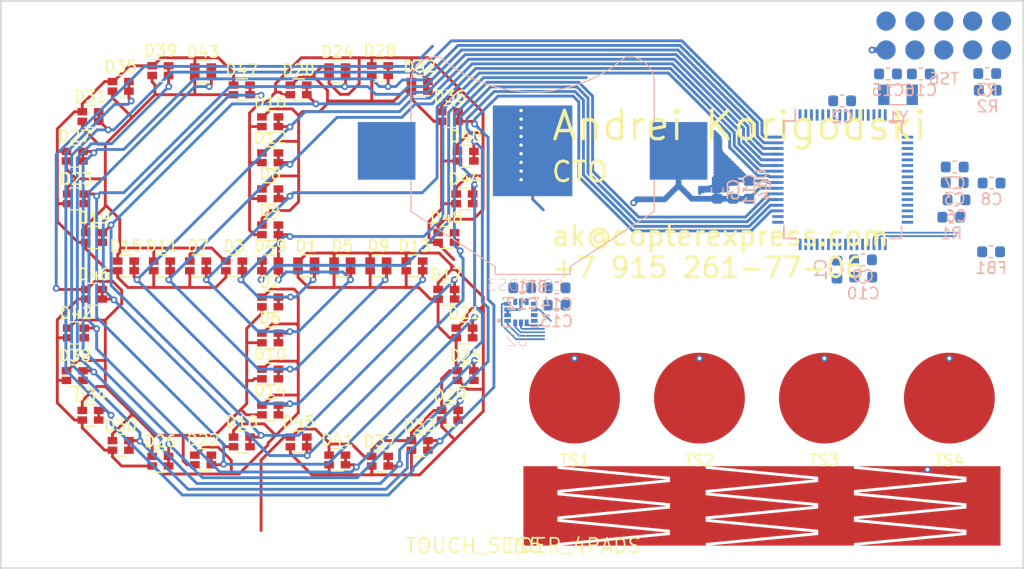
<source format=kicad_pcb>
(kicad_pcb (version 20171130) (host pcbnew 5.0.2+dfsg1-1~bpo9+1)
  (layers (0 F.Cu signal hide) (31 B.Cu signal) (34 B.Paste user hide) (35 F.Paste user) (36 B.SilkS user hide) (37 F.SilkS user) (38 B.Mask user hide) (39 F.Mask user hide) (44 Edge.Cuts user))
  (net 0 "")
  (net 1 LED_K0)
  (net 2 LED_K1)
  (net 3 LED_A0)
  (net 4 LED_K3)
  (net 5 LED_K2)
  (net 6 LED_K4)
  (net 7 LED_K5)
  (net 8 LED_K7)
  (net 9 LED_K6)
  (net 10 LED_K8)
  (net 11 LED_A1)
  (net 12 LED_A2)
  (net 13 LED_A3)
  (net 14 LED_A4)
  (net 15 LED_A5)
  (net 16 LED_A6)
  (net 17 LED_A7)
  (net 18 LED_A8)
  (net 19 VDD)
  (net 20 N$2)
  (net 21 MCU_AVDD)
  (net 22 GND)
  (net 23 N$7)
  (net 24 N$6)
  (net 25 N$13)
  (net 26 N$14)
  (net 27 N$5)
  (net 28 N$19)
  (net 29 N$20)
  (net 30 N$16)
  (net 31 N$15)
  (net 32 N$17)
  (net 33 N$18)
  (net 34 N$12)
  (net 35 N$11)
  (net 36 TOUCH_PAD0)
  (net 37 N$1)
  (net 38 TOUCH_PAD1)
  (net 39 TOUCH_PAD2)
  (net 40 TOUCH_PAD3)
  (net 41 N$21)
  (net 42 N$22)
  (net 43 N$23)
  (net 44 N$24)
  (net 45 N$8)
  (net 46 N$10)
  (net 47 N$9)
  (net 48 N$25)
  (net 49 N$26)
  (net 50 LED_K9)
  (net 51 LED_K10)
  (net 52 LED_K11)
  (module footprints:LED_DUAL_0606 (layer F.Cu) (at 126.884 103.351)
    (fp_text reference D1 (at 0 -1.75) (layer F.SilkS))
    (fp_text value LED_Dual_AACC)
    (pad 3 smd rect (at 0.725 -0.425) (size 0.85 0.65) (layers F.Cu F.Paste F.Mask) (net 1 LED_K0))
    (pad 4 smd rect (at 0.725 0.425) (size 0.85 0.65) (layers F.Cu F.Paste F.Mask) (net 1 LED_K0))
    (pad 2 smd rect (at -0.725 0.425) (size 0.85 0.65) (layers F.Cu F.Paste F.Mask) (net 11 LED_A1))
    (pad 1 smd rect (at -0.725 -0.425) (size 0.85 0.65) (layers F.Cu F.Paste F.Mask) (net 3 LED_A0))
  )
  (module footprints:LED_DUAL_0606 (layer F.Cu) (at 123.709 106.526)
    (fp_text reference D2 (at 0 -1.75) (layer F.SilkS))
    (fp_text value LED_Dual_AACC)
    (pad 3 smd rect (at 0.725 -0.425) (size 0.85 0.65) (layers F.Cu F.Paste F.Mask) (net 1 LED_K0))
    (pad 4 smd rect (at 0.725 0.425) (size 0.85 0.65) (layers F.Cu F.Paste F.Mask) (net 1 LED_K0))
    (pad 2 smd rect (at -0.725 0.425) (size 0.85 0.65) (layers F.Cu F.Paste F.Mask) (net 13 LED_A3))
    (pad 1 smd rect (at -0.725 -0.425) (size 0.85 0.65) (layers F.Cu F.Paste F.Mask) (net 12 LED_A2))
  )
  (module footprints:LED_DUAL_0606 (layer F.Cu) (at 120.534 103.351)
    (fp_text reference D3 (at 0 -1.75) (layer F.SilkS))
    (fp_text value LED_Dual_AACC)
    (pad 3 smd rect (at 0.725 -0.425) (size 0.85 0.65) (layers F.Cu F.Paste F.Mask) (net 1 LED_K0))
    (pad 4 smd rect (at 0.725 0.425) (size 0.85 0.65) (layers F.Cu F.Paste F.Mask) (net 1 LED_K0))
    (pad 2 smd rect (at -0.725 0.425) (size 0.85 0.65) (layers F.Cu F.Paste F.Mask) (net 15 LED_A5))
    (pad 1 smd rect (at -0.725 -0.425) (size 0.85 0.65) (layers F.Cu F.Paste F.Mask) (net 14 LED_A4))
  )
  (module footprints:LED_DUAL_0606 (layer F.Cu) (at 123.709 100.176)
    (fp_text reference D4 (at 0 -1.75) (layer F.SilkS))
    (fp_text value LED_Dual_AACC)
    (pad 3 smd rect (at 0.725 -0.425) (size 0.85 0.65) (layers F.Cu F.Paste F.Mask) (net 1 LED_K0))
    (pad 4 smd rect (at 0.725 0.425) (size 0.85 0.65) (layers F.Cu F.Paste F.Mask) (net 1 LED_K0))
    (pad 2 smd rect (at -0.725 0.425) (size 0.85 0.65) (layers F.Cu F.Paste F.Mask) (net 17 LED_A7))
    (pad 1 smd rect (at -0.725 -0.425) (size 0.85 0.65) (layers F.Cu F.Paste F.Mask) (net 16 LED_A6))
  )
  (module footprints:LED_DUAL_0606 (layer F.Cu) (at 130.059 103.351)
    (fp_text reference D5 (at 0 -1.75) (layer F.SilkS))
    (fp_text value LED_Dual_AACC)
    (pad 3 smd rect (at 0.725 -0.425) (size 0.85 0.65) (layers F.Cu F.Paste F.Mask) (net 2 LED_K1))
    (pad 4 smd rect (at 0.725 0.425) (size 0.85 0.65) (layers F.Cu F.Paste F.Mask) (net 2 LED_K1))
    (pad 2 smd rect (at -0.725 0.425) (size 0.85 0.65) (layers F.Cu F.Paste F.Mask) (net 11 LED_A1))
    (pad 1 smd rect (at -0.725 -0.425) (size 0.85 0.65) (layers F.Cu F.Paste F.Mask) (net 3 LED_A0))
  )
  (module footprints:LED_DUAL_0606 (layer F.Cu) (at 123.709 109.701)
    (fp_text reference D6 (at 0 -1.75) (layer F.SilkS))
    (fp_text value LED_Dual_AACC)
    (pad 3 smd rect (at 0.725 -0.425) (size 0.85 0.65) (layers F.Cu F.Paste F.Mask) (net 2 LED_K1))
    (pad 4 smd rect (at 0.725 0.425) (size 0.85 0.65) (layers F.Cu F.Paste F.Mask) (net 2 LED_K1))
    (pad 2 smd rect (at -0.725 0.425) (size 0.85 0.65) (layers F.Cu F.Paste F.Mask) (net 13 LED_A3))
    (pad 1 smd rect (at -0.725 -0.425) (size 0.85 0.65) (layers F.Cu F.Paste F.Mask) (net 12 LED_A2))
  )
  (module footprints:LED_DUAL_0606 (layer F.Cu) (at 117.359 103.351)
    (fp_text reference D7 (at 0 -1.75) (layer F.SilkS))
    (fp_text value LED_Dual_AACC)
    (pad 3 smd rect (at 0.725 -0.425) (size 0.85 0.65) (layers F.Cu F.Paste F.Mask) (net 2 LED_K1))
    (pad 4 smd rect (at 0.725 0.425) (size 0.85 0.65) (layers F.Cu F.Paste F.Mask) (net 2 LED_K1))
    (pad 2 smd rect (at -0.725 0.425) (size 0.85 0.65) (layers F.Cu F.Paste F.Mask) (net 15 LED_A5))
    (pad 1 smd rect (at -0.725 -0.425) (size 0.85 0.65) (layers F.Cu F.Paste F.Mask) (net 14 LED_A4))
  )
  (module footprints:LED_DUAL_0606 (layer F.Cu) (at 123.709 97.001)
    (fp_text reference D8 (at 0 -1.75) (layer F.SilkS))
    (fp_text value LED_Dual_AACC)
    (pad 3 smd rect (at 0.725 -0.425) (size 0.85 0.65) (layers F.Cu F.Paste F.Mask) (net 2 LED_K1))
    (pad 4 smd rect (at 0.725 0.425) (size 0.85 0.65) (layers F.Cu F.Paste F.Mask) (net 2 LED_K1))
    (pad 2 smd rect (at -0.725 0.425) (size 0.85 0.65) (layers F.Cu F.Paste F.Mask) (net 17 LED_A7))
    (pad 1 smd rect (at -0.725 -0.425) (size 0.85 0.65) (layers F.Cu F.Paste F.Mask) (net 16 LED_A6))
  )
  (module footprints:LED_DUAL_0606 (layer F.Cu) (at 133.234 103.351)
    (fp_text reference D9 (at 0 -1.75) (layer F.SilkS))
    (fp_text value LED_Dual_AACC)
    (pad 3 smd rect (at 0.725 -0.425) (size 0.85 0.65) (layers F.Cu F.Paste F.Mask) (net 5 LED_K2))
    (pad 4 smd rect (at 0.725 0.425) (size 0.85 0.65) (layers F.Cu F.Paste F.Mask) (net 5 LED_K2))
    (pad 2 smd rect (at -0.725 0.425) (size 0.85 0.65) (layers F.Cu F.Paste F.Mask) (net 11 LED_A1))
    (pad 1 smd rect (at -0.725 -0.425) (size 0.85 0.65) (layers F.Cu F.Paste F.Mask) (net 3 LED_A0))
  )
  (module footprints:LED_DUAL_0606 (layer F.Cu) (at 123.709 112.875999)
    (fp_text reference D10 (at 0 -1.75) (layer F.SilkS))
    (fp_text value LED_Dual_AACC)
    (pad 3 smd rect (at 0.725 -0.425) (size 0.85 0.65) (layers F.Cu F.Paste F.Mask) (net 5 LED_K2))
    (pad 4 smd rect (at 0.725 0.425) (size 0.85 0.65) (layers F.Cu F.Paste F.Mask) (net 5 LED_K2))
    (pad 2 smd rect (at -0.725 0.425) (size 0.85 0.65) (layers F.Cu F.Paste F.Mask) (net 13 LED_A3))
    (pad 1 smd rect (at -0.725 -0.425) (size 0.85 0.65) (layers F.Cu F.Paste F.Mask) (net 12 LED_A2))
  )
  (module footprints:LED_DUAL_0606 (layer F.Cu) (at 114.184 103.351)
    (fp_text reference D11 (at 0 -1.75) (layer F.SilkS))
    (fp_text value LED_Dual_AACC)
    (pad 3 smd rect (at 0.725 -0.425) (size 0.85 0.65) (layers F.Cu F.Paste F.Mask) (net 5 LED_K2))
    (pad 4 smd rect (at 0.725 0.425) (size 0.85 0.65) (layers F.Cu F.Paste F.Mask) (net 5 LED_K2))
    (pad 2 smd rect (at -0.725 0.425) (size 0.85 0.65) (layers F.Cu F.Paste F.Mask) (net 15 LED_A5))
    (pad 1 smd rect (at -0.725 -0.425) (size 0.85 0.65) (layers F.Cu F.Paste F.Mask) (net 14 LED_A4))
  )
  (module footprints:LED_DUAL_0606 (layer F.Cu) (at 123.709 93.826)
    (fp_text reference D12 (at 0 -1.75) (layer F.SilkS))
    (fp_text value LED_Dual_AACC)
    (pad 3 smd rect (at 0.725 -0.425) (size 0.85 0.65) (layers F.Cu F.Paste F.Mask) (net 5 LED_K2))
    (pad 4 smd rect (at 0.725 0.425) (size 0.85 0.65) (layers F.Cu F.Paste F.Mask) (net 5 LED_K2))
    (pad 2 smd rect (at -0.725 0.425) (size 0.85 0.65) (layers F.Cu F.Paste F.Mask) (net 17 LED_A7))
    (pad 1 smd rect (at -0.725 -0.425) (size 0.85 0.65) (layers F.Cu F.Paste F.Mask) (net 16 LED_A6))
  )
  (module footprints:LED_DUAL_0606 (layer F.Cu) (at 136.409 103.351)
    (fp_text reference D13 (at 0 -1.75) (layer F.SilkS))
    (fp_text value LED_Dual_AACC)
    (pad 3 smd rect (at 0.725 -0.425) (size 0.85 0.65) (layers F.Cu F.Paste F.Mask) (net 4 LED_K3))
    (pad 4 smd rect (at 0.725 0.425) (size 0.85 0.65) (layers F.Cu F.Paste F.Mask) (net 4 LED_K3))
    (pad 2 smd rect (at -0.725 0.425) (size 0.85 0.65) (layers F.Cu F.Paste F.Mask) (net 11 LED_A1))
    (pad 1 smd rect (at -0.725 -0.425) (size 0.85 0.65) (layers F.Cu F.Paste F.Mask) (net 3 LED_A0))
  )
  (module footprints:LED_DUAL_0606 (layer F.Cu) (at 123.709 116.051)
    (fp_text reference D14 (at 0 -1.75) (layer F.SilkS))
    (fp_text value LED_Dual_AACC)
    (pad 3 smd rect (at 0.725 -0.425) (size 0.85 0.65) (layers F.Cu F.Paste F.Mask) (net 4 LED_K3))
    (pad 4 smd rect (at 0.725 0.425) (size 0.85 0.65) (layers F.Cu F.Paste F.Mask) (net 4 LED_K3))
    (pad 2 smd rect (at -0.725 0.425) (size 0.85 0.65) (layers F.Cu F.Paste F.Mask) (net 13 LED_A3))
    (pad 1 smd rect (at -0.725 -0.425) (size 0.85 0.65) (layers F.Cu F.Paste F.Mask) (net 12 LED_A2))
  )
  (module footprints:LED_DUAL_0606 (layer F.Cu) (at 111.009 103.351)
    (fp_text reference D15 (at 0 -1.75) (layer F.SilkS))
    (fp_text value LED_Dual_AACC)
    (pad 3 smd rect (at 0.725 -0.425) (size 0.85 0.65) (layers F.Cu F.Paste F.Mask) (net 4 LED_K3))
    (pad 4 smd rect (at 0.725 0.425) (size 0.85 0.65) (layers F.Cu F.Paste F.Mask) (net 4 LED_K3))
    (pad 2 smd rect (at -0.725 0.425) (size 0.85 0.65) (layers F.Cu F.Paste F.Mask) (net 15 LED_A5))
    (pad 1 smd rect (at -0.725 -0.425) (size 0.85 0.65) (layers F.Cu F.Paste F.Mask) (net 14 LED_A4))
  )
  (module footprints:LED_DUAL_0606 (layer F.Cu) (at 123.709 90.651)
    (fp_text reference D16 (at 0 -1.75) (layer F.SilkS))
    (fp_text value LED_Dual_AACC)
    (pad 3 smd rect (at 0.725 -0.425) (size 0.85 0.65) (layers F.Cu F.Paste F.Mask) (net 4 LED_K3))
    (pad 4 smd rect (at 0.725 0.425) (size 0.85 0.65) (layers F.Cu F.Paste F.Mask) (net 4 LED_K3))
    (pad 2 smd rect (at -0.725 0.425) (size 0.85 0.65) (layers F.Cu F.Paste F.Mask) (net 17 LED_A7))
    (pad 1 smd rect (at -0.725 -0.425) (size 0.85 0.65) (layers F.Cu F.Paste F.Mask) (net 16 LED_A6))
  )
  (module footprints:LED_DUAL_0606 (layer F.Cu) (at 139.217852 105.850666)
    (fp_text reference D17 (at 0 -1.75) (layer F.SilkS))
    (fp_text value LED_Dual_AACC)
    (pad 3 smd rect (at 0.725 -0.425) (size 0.85 0.65) (layers F.Cu F.Paste F.Mask) (net 6 LED_K4))
    (pad 4 smd rect (at 0.725 0.425) (size 0.85 0.65) (layers F.Cu F.Paste F.Mask) (net 6 LED_K4))
    (pad 2 smd rect (at -0.725 0.425) (size 0.85 0.65) (layers F.Cu F.Paste F.Mask) (net 11 LED_A1))
    (pad 1 smd rect (at -0.725 -0.425) (size 0.85 0.65) (layers F.Cu F.Paste F.Mask) (net 3 LED_A0))
  )
  (module footprints:LED_DUAL_0606 (layer F.Cu) (at 121.209333 118.859852)
    (fp_text reference D18 (at 0 -1.75) (layer F.SilkS))
    (fp_text value LED_Dual_AACC)
    (pad 3 smd rect (at 0.725 -0.425) (size 0.85 0.65) (layers F.Cu F.Paste F.Mask) (net 6 LED_K4))
    (pad 4 smd rect (at 0.725 0.425) (size 0.85 0.65) (layers F.Cu F.Paste F.Mask) (net 6 LED_K4))
    (pad 2 smd rect (at -0.725 0.425) (size 0.85 0.65) (layers F.Cu F.Paste F.Mask) (net 13 LED_A3))
    (pad 1 smd rect (at -0.725 -0.425) (size 0.85 0.65) (layers F.Cu F.Paste F.Mask) (net 12 LED_A2))
  )
  (module footprints:LED_DUAL_0606 (layer F.Cu) (at 108.200147 100.851333)
    (fp_text reference D19 (at 0 -1.75) (layer F.SilkS))
    (fp_text value LED_Dual_AACC)
    (pad 3 smd rect (at 0.725 -0.425) (size 0.85 0.65) (layers F.Cu F.Paste F.Mask) (net 6 LED_K4))
    (pad 4 smd rect (at 0.725 0.425) (size 0.85 0.65) (layers F.Cu F.Paste F.Mask) (net 6 LED_K4))
    (pad 2 smd rect (at -0.725 0.425) (size 0.85 0.65) (layers F.Cu F.Paste F.Mask) (net 15 LED_A5))
    (pad 1 smd rect (at -0.725 -0.425) (size 0.85 0.65) (layers F.Cu F.Paste F.Mask) (net 14 LED_A4))
  )
  (module footprints:LED_DUAL_0606 (layer F.Cu) (at 126.208666 87.842147)
    (fp_text reference D20 (at 0 -1.75) (layer F.SilkS))
    (fp_text value LED_Dual_AACC)
    (pad 3 smd rect (at 0.725 -0.425) (size 0.85 0.65) (layers F.Cu F.Paste F.Mask) (net 6 LED_K4))
    (pad 4 smd rect (at 0.725 0.425) (size 0.85 0.65) (layers F.Cu F.Paste F.Mask) (net 6 LED_K4))
    (pad 2 smd rect (at -0.725 0.425) (size 0.85 0.65) (layers F.Cu F.Paste F.Mask) (net 17 LED_A7))
    (pad 1 smd rect (at -0.725 -0.425) (size 0.85 0.65) (layers F.Cu F.Paste F.Mask) (net 16 LED_A6))
  )
  (module footprints:LED_DUAL_0606 (layer F.Cu) (at 140.806919 109.258431)
    (fp_text reference D21 (at 0 -1.75) (layer F.SilkS))
    (fp_text value LED_Dual_AACC)
    (pad 3 smd rect (at 0.725 -0.425) (size 0.85 0.65) (layers F.Cu F.Paste F.Mask) (net 7 LED_K5))
    (pad 4 smd rect (at 0.725 0.425) (size 0.85 0.65) (layers F.Cu F.Paste F.Mask) (net 7 LED_K5))
    (pad 2 smd rect (at -0.725 0.425) (size 0.85 0.65) (layers F.Cu F.Paste F.Mask) (net 11 LED_A1))
    (pad 1 smd rect (at -0.725 -0.425) (size 0.85 0.65) (layers F.Cu F.Paste F.Mask) (net 3 LED_A0))
  )
  (module footprints:LED_DUAL_0606 (layer F.Cu) (at 117.801568 120.448919)
    (fp_text reference D22 (at 0 -1.75) (layer F.SilkS))
    (fp_text value LED_Dual_AACC)
    (pad 3 smd rect (at 0.725 -0.425) (size 0.85 0.65) (layers F.Cu F.Paste F.Mask) (net 7 LED_K5))
    (pad 4 smd rect (at 0.725 0.425) (size 0.85 0.65) (layers F.Cu F.Paste F.Mask) (net 7 LED_K5))
    (pad 2 smd rect (at -0.725 0.425) (size 0.85 0.65) (layers F.Cu F.Paste F.Mask) (net 13 LED_A3))
    (pad 1 smd rect (at -0.725 -0.425) (size 0.85 0.65) (layers F.Cu F.Paste F.Mask) (net 12 LED_A2))
  )
  (module footprints:LED_DUAL_0606 (layer F.Cu) (at 106.61108 97.443568)
    (fp_text reference D23 (at 0 -1.75) (layer F.SilkS))
    (fp_text value LED_Dual_AACC)
    (pad 3 smd rect (at 0.725 -0.425) (size 0.85 0.65) (layers F.Cu F.Paste F.Mask) (net 7 LED_K5))
    (pad 4 smd rect (at 0.725 0.425) (size 0.85 0.65) (layers F.Cu F.Paste F.Mask) (net 7 LED_K5))
    (pad 2 smd rect (at -0.725 0.425) (size 0.85 0.65) (layers F.Cu F.Paste F.Mask) (net 15 LED_A5))
    (pad 1 smd rect (at -0.725 -0.425) (size 0.85 0.65) (layers F.Cu F.Paste F.Mask) (net 14 LED_A4))
  )
  (module footprints:LED_DUAL_0606 (layer F.Cu) (at 129.616431 86.25308)
    (fp_text reference D24 (at 0 -1.75) (layer F.SilkS))
    (fp_text value LED_Dual_AACC)
    (pad 3 smd rect (at 0.725 -0.425) (size 0.85 0.65) (layers F.Cu F.Paste F.Mask) (net 7 LED_K5))
    (pad 4 smd rect (at 0.725 0.425) (size 0.85 0.65) (layers F.Cu F.Paste F.Mask) (net 7 LED_K5))
    (pad 2 smd rect (at -0.725 0.425) (size 0.85 0.65) (layers F.Cu F.Paste F.Mask) (net 17 LED_A7))
    (pad 1 smd rect (at -0.725 -0.425) (size 0.85 0.65) (layers F.Cu F.Paste F.Mask) (net 16 LED_A6))
  )
  (module footprints:LED_DUAL_0606 (layer F.Cu) (at 140.916279 113.016892)
    (fp_text reference D25 (at 0 -1.75) (layer F.SilkS))
    (fp_text value LED_Dual_AACC)
    (pad 3 smd rect (at 0.725 -0.425) (size 0.85 0.65) (layers F.Cu F.Paste F.Mask) (net 9 LED_K6))
    (pad 4 smd rect (at 0.725 0.425) (size 0.85 0.65) (layers F.Cu F.Paste F.Mask) (net 9 LED_K6))
    (pad 2 smd rect (at -0.725 0.425) (size 0.85 0.65) (layers F.Cu F.Paste F.Mask) (net 3 LED_A0))
    (pad 1 smd rect (at -0.725 -0.425) (size 0.85 0.65) (layers F.Cu F.Paste F.Mask) (net 11 LED_A1))
  )
  (module footprints:LED_DUAL_0606 (layer F.Cu) (at 114.043107 120.558279)
    (fp_text reference D26 (at 0 -1.75) (layer F.SilkS))
    (fp_text value LED_Dual_AACC)
    (pad 3 smd rect (at 0.725 -0.425) (size 0.85 0.65) (layers F.Cu F.Paste F.Mask) (net 9 LED_K6))
    (pad 4 smd rect (at 0.725 0.425) (size 0.85 0.65) (layers F.Cu F.Paste F.Mask) (net 9 LED_K6))
    (pad 2 smd rect (at -0.725 0.425) (size 0.85 0.65) (layers F.Cu F.Paste F.Mask) (net 12 LED_A2))
    (pad 1 smd rect (at -0.725 -0.425) (size 0.85 0.65) (layers F.Cu F.Paste F.Mask) (net 13 LED_A3))
  )
  (module footprints:LED_DUAL_0606 (layer F.Cu) (at 106.50172 93.685107)
    (fp_text reference D27 (at 0 -1.75) (layer F.SilkS))
    (fp_text value LED_Dual_AACC)
    (pad 3 smd rect (at 0.725 -0.425) (size 0.85 0.65) (layers F.Cu F.Paste F.Mask) (net 9 LED_K6))
    (pad 4 smd rect (at 0.725 0.425) (size 0.85 0.65) (layers F.Cu F.Paste F.Mask) (net 9 LED_K6))
    (pad 2 smd rect (at -0.725 0.425) (size 0.85 0.65) (layers F.Cu F.Paste F.Mask) (net 14 LED_A4))
    (pad 1 smd rect (at -0.725 -0.425) (size 0.85 0.65) (layers F.Cu F.Paste F.Mask) (net 15 LED_A5))
  )
  (module footprints:LED_DUAL_0606 (layer F.Cu) (at 133.374892 86.14372)
    (fp_text reference D28 (at 0 -1.75) (layer F.SilkS))
    (fp_text value LED_Dual_AACC)
    (pad 3 smd rect (at 0.725 -0.425) (size 0.85 0.65) (layers F.Cu F.Paste F.Mask) (net 9 LED_K6))
    (pad 4 smd rect (at 0.725 0.425) (size 0.85 0.65) (layers F.Cu F.Paste F.Mask) (net 9 LED_K6))
    (pad 2 smd rect (at -0.725 0.425) (size 0.85 0.65) (layers F.Cu F.Paste F.Mask) (net 16 LED_A6))
    (pad 1 smd rect (at -0.725 -0.425) (size 0.85 0.65) (layers F.Cu F.Paste F.Mask) (net 17 LED_A7))
  )
  (module footprints:LED_DUAL_0606 (layer F.Cu) (at 139.528045 116.511287)
    (fp_text reference D29 (at 0 -1.75) (layer F.SilkS))
    (fp_text value LED_Dual_AACC)
    (pad 3 smd rect (at 0.725 -0.425) (size 0.85 0.65) (layers F.Cu F.Paste F.Mask) (net 8 LED_K7))
    (pad 4 smd rect (at 0.725 0.425) (size 0.85 0.65) (layers F.Cu F.Paste F.Mask) (net 8 LED_K7))
    (pad 2 smd rect (at -0.725 0.425) (size 0.85 0.65) (layers F.Cu F.Paste F.Mask) (net 3 LED_A0))
    (pad 1 smd rect (at -0.725 -0.425) (size 0.85 0.65) (layers F.Cu F.Paste F.Mask) (net 11 LED_A1))
  )
  (module footprints:LED_DUAL_0606 (layer F.Cu) (at 110.548712 119.170045)
    (fp_text reference D30 (at 0 -1.75) (layer F.SilkS))
    (fp_text value LED_Dual_AACC)
    (pad 3 smd rect (at 0.725 -0.425) (size 0.85 0.65) (layers F.Cu F.Paste F.Mask) (net 8 LED_K7))
    (pad 4 smd rect (at 0.725 0.425) (size 0.85 0.65) (layers F.Cu F.Paste F.Mask) (net 8 LED_K7))
    (pad 2 smd rect (at -0.725 0.425) (size 0.85 0.65) (layers F.Cu F.Paste F.Mask) (net 12 LED_A2))
    (pad 1 smd rect (at -0.725 -0.425) (size 0.85 0.65) (layers F.Cu F.Paste F.Mask) (net 13 LED_A3))
  )
  (module footprints:LED_DUAL_0606 (layer F.Cu) (at 107.889954 90.190712)
    (fp_text reference D31 (at 0 -1.75) (layer F.SilkS))
    (fp_text value LED_Dual_AACC)
    (pad 3 smd rect (at 0.725 -0.425) (size 0.85 0.65) (layers F.Cu F.Paste F.Mask) (net 8 LED_K7))
    (pad 4 smd rect (at 0.725 0.425) (size 0.85 0.65) (layers F.Cu F.Paste F.Mask) (net 8 LED_K7))
    (pad 2 smd rect (at -0.725 0.425) (size 0.85 0.65) (layers F.Cu F.Paste F.Mask) (net 14 LED_A4))
    (pad 1 smd rect (at -0.725 -0.425) (size 0.85 0.65) (layers F.Cu F.Paste F.Mask) (net 15 LED_A5))
  )
  (module footprints:LED_DUAL_0606 (layer F.Cu) (at 136.869287 87.531954)
    (fp_text reference D32 (at 0 -1.75) (layer F.SilkS))
    (fp_text value LED_Dual_AACC)
    (pad 3 smd rect (at 0.725 -0.425) (size 0.85 0.65) (layers F.Cu F.Paste F.Mask) (net 8 LED_K7))
    (pad 4 smd rect (at 0.725 0.425) (size 0.85 0.65) (layers F.Cu F.Paste F.Mask) (net 8 LED_K7))
    (pad 2 smd rect (at -0.725 0.425) (size 0.85 0.65) (layers F.Cu F.Paste F.Mask) (net 16 LED_A6))
    (pad 1 smd rect (at -0.725 -0.425) (size 0.85 0.65) (layers F.Cu F.Paste F.Mask) (net 17 LED_A7))
  )
  (module footprints:LED_DUAL_0606 (layer F.Cu) (at 136.869287 119.170045)
    (fp_text reference D33 (at 0 -1.75) (layer F.SilkS))
    (fp_text value LED_Dual_AACC)
    (pad 3 smd rect (at 0.725 -0.425) (size 0.85 0.65) (layers F.Cu F.Paste F.Mask) (net 10 LED_K8))
    (pad 4 smd rect (at 0.725 0.425) (size 0.85 0.65) (layers F.Cu F.Paste F.Mask) (net 10 LED_K8))
    (pad 2 smd rect (at -0.725 0.425) (size 0.85 0.65) (layers F.Cu F.Paste F.Mask) (net 3 LED_A0))
    (pad 1 smd rect (at -0.725 -0.425) (size 0.85 0.65) (layers F.Cu F.Paste F.Mask) (net 11 LED_A1))
  )
  (module footprints:LED_DUAL_0606 (layer F.Cu) (at 107.889954 116.511287)
    (fp_text reference D34 (at 0 -1.75) (layer F.SilkS))
    (fp_text value LED_Dual_AACC)
    (pad 3 smd rect (at 0.725 -0.425) (size 0.85 0.65) (layers F.Cu F.Paste F.Mask) (net 10 LED_K8))
    (pad 4 smd rect (at 0.725 0.425) (size 0.85 0.65) (layers F.Cu F.Paste F.Mask) (net 10 LED_K8))
    (pad 2 smd rect (at -0.725 0.425) (size 0.85 0.65) (layers F.Cu F.Paste F.Mask) (net 12 LED_A2))
    (pad 1 smd rect (at -0.725 -0.425) (size 0.85 0.65) (layers F.Cu F.Paste F.Mask) (net 13 LED_A3))
  )
  (module footprints:LED_DUAL_0606 (layer F.Cu) (at 110.548712 87.531954)
    (fp_text reference D35 (at 0 -1.75) (layer F.SilkS))
    (fp_text value LED_Dual_AACC)
    (pad 3 smd rect (at 0.725 -0.425) (size 0.85 0.65) (layers F.Cu F.Paste F.Mask) (net 10 LED_K8))
    (pad 4 smd rect (at 0.725 0.425) (size 0.85 0.65) (layers F.Cu F.Paste F.Mask) (net 10 LED_K8))
    (pad 2 smd rect (at -0.725 0.425) (size 0.85 0.65) (layers F.Cu F.Paste F.Mask) (net 14 LED_A4))
    (pad 1 smd rect (at -0.725 -0.425) (size 0.85 0.65) (layers F.Cu F.Paste F.Mask) (net 15 LED_A5))
  )
  (module footprints:LED_DUAL_0606 (layer F.Cu) (at 139.528045 90.190712)
    (fp_text reference D36 (at 0 -1.75) (layer F.SilkS))
    (fp_text value LED_Dual_AACC)
    (pad 3 smd rect (at 0.725 -0.425) (size 0.85 0.65) (layers F.Cu F.Paste F.Mask) (net 10 LED_K8))
    (pad 4 smd rect (at 0.725 0.425) (size 0.85 0.65) (layers F.Cu F.Paste F.Mask) (net 10 LED_K8))
    (pad 2 smd rect (at -0.725 0.425) (size 0.85 0.65) (layers F.Cu F.Paste F.Mask) (net 16 LED_A6))
    (pad 1 smd rect (at -0.725 -0.425) (size 0.85 0.65) (layers F.Cu F.Paste F.Mask) (net 17 LED_A7))
  )
  (module footprints:LED_DUAL_0606 (layer F.Cu) (at 133.374892 120.558279)
    (fp_text reference D37 (at 0 -1.75) (layer F.SilkS))
    (fp_text value LED_Dual_AACC)
    (pad 3 smd rect (at 0.725 -0.425) (size 0.85 0.65) (layers F.Cu F.Paste F.Mask) (net 50 LED_K9))
    (pad 4 smd rect (at 0.725 0.425) (size 0.85 0.65) (layers F.Cu F.Paste F.Mask) (net 50 LED_K9))
    (pad 2 smd rect (at -0.725 0.425) (size 0.85 0.65) (layers F.Cu F.Paste F.Mask) (net 3 LED_A0))
    (pad 1 smd rect (at -0.725 -0.425) (size 0.85 0.65) (layers F.Cu F.Paste F.Mask) (net 11 LED_A1))
  )
  (module footprints:LED_DUAL_0606 (layer F.Cu) (at 106.50172 113.016892)
    (fp_text reference D38 (at 0 -1.75) (layer F.SilkS))
    (fp_text value LED_Dual_AACC)
    (pad 3 smd rect (at 0.725 -0.425) (size 0.85 0.65) (layers F.Cu F.Paste F.Mask) (net 50 LED_K9))
    (pad 4 smd rect (at 0.725 0.425) (size 0.85 0.65) (layers F.Cu F.Paste F.Mask) (net 50 LED_K9))
    (pad 2 smd rect (at -0.725 0.425) (size 0.85 0.65) (layers F.Cu F.Paste F.Mask) (net 12 LED_A2))
    (pad 1 smd rect (at -0.725 -0.425) (size 0.85 0.65) (layers F.Cu F.Paste F.Mask) (net 13 LED_A3))
  )
  (module footprints:LED_DUAL_0606 (layer F.Cu) (at 114.043107 86.14372)
    (fp_text reference D39 (at 0 -1.75) (layer F.SilkS))
    (fp_text value LED_Dual_AACC)
    (pad 3 smd rect (at 0.725 -0.425) (size 0.85 0.65) (layers F.Cu F.Paste F.Mask) (net 50 LED_K9))
    (pad 4 smd rect (at 0.725 0.425) (size 0.85 0.65) (layers F.Cu F.Paste F.Mask) (net 50 LED_K9))
    (pad 2 smd rect (at -0.725 0.425) (size 0.85 0.65) (layers F.Cu F.Paste F.Mask) (net 14 LED_A4))
    (pad 1 smd rect (at -0.725 -0.425) (size 0.85 0.65) (layers F.Cu F.Paste F.Mask) (net 15 LED_A5))
  )
  (module footprints:LED_DUAL_0606 (layer F.Cu) (at 140.916279 93.685107)
    (fp_text reference D40 (at 0 -1.75) (layer F.SilkS))
    (fp_text value LED_Dual_AACC)
    (pad 3 smd rect (at 0.725 -0.425) (size 0.85 0.65) (layers F.Cu F.Paste F.Mask) (net 50 LED_K9))
    (pad 4 smd rect (at 0.725 0.425) (size 0.85 0.65) (layers F.Cu F.Paste F.Mask) (net 50 LED_K9))
    (pad 2 smd rect (at -0.725 0.425) (size 0.85 0.65) (layers F.Cu F.Paste F.Mask) (net 16 LED_A6))
    (pad 1 smd rect (at -0.725 -0.425) (size 0.85 0.65) (layers F.Cu F.Paste F.Mask) (net 17 LED_A7))
  )
  (module footprints:LED_DUAL_0606 (layer F.Cu) (at 129.616431 120.448919)
    (fp_text reference D41 (at 0 -1.75) (layer F.SilkS))
    (fp_text value LED_Dual_AACC)
    (pad 3 smd rect (at 0.725 -0.425) (size 0.85 0.65) (layers F.Cu F.Paste F.Mask) (net 51 LED_K10))
    (pad 4 smd rect (at 0.725 0.425) (size 0.85 0.65) (layers F.Cu F.Paste F.Mask) (net 51 LED_K10))
    (pad 2 smd rect (at -0.725 0.425) (size 0.85 0.65) (layers F.Cu F.Paste F.Mask) (net 3 LED_A0))
    (pad 1 smd rect (at -0.725 -0.425) (size 0.85 0.65) (layers F.Cu F.Paste F.Mask) (net 11 LED_A1))
  )
  (module footprints:LED_DUAL_0606 (layer F.Cu) (at 106.61108 109.258431)
    (fp_text reference D42 (at 0 -1.75) (layer F.SilkS))
    (fp_text value LED_Dual_AACC)
    (pad 3 smd rect (at 0.725 -0.425) (size 0.85 0.65) (layers F.Cu F.Paste F.Mask) (net 51 LED_K10))
    (pad 4 smd rect (at 0.725 0.425) (size 0.85 0.65) (layers F.Cu F.Paste F.Mask) (net 51 LED_K10))
    (pad 2 smd rect (at -0.725 0.425) (size 0.85 0.65) (layers F.Cu F.Paste F.Mask) (net 12 LED_A2))
    (pad 1 smd rect (at -0.725 -0.425) (size 0.85 0.65) (layers F.Cu F.Paste F.Mask) (net 13 LED_A3))
  )
  (module footprints:LED_DUAL_0606 (layer F.Cu) (at 117.801568 86.25308)
    (fp_text reference D43 (at 0 -1.75) (layer F.SilkS))
    (fp_text value LED_Dual_AACC)
    (pad 3 smd rect (at 0.725 -0.425) (size 0.85 0.65) (layers F.Cu F.Paste F.Mask) (net 51 LED_K10))
    (pad 4 smd rect (at 0.725 0.425) (size 0.85 0.65) (layers F.Cu F.Paste F.Mask) (net 51 LED_K10))
    (pad 2 smd rect (at -0.725 0.425) (size 0.85 0.65) (layers F.Cu F.Paste F.Mask) (net 14 LED_A4))
    (pad 1 smd rect (at -0.725 -0.425) (size 0.85 0.65) (layers F.Cu F.Paste F.Mask) (net 15 LED_A5))
  )
  (module footprints:LED_DUAL_0606 (layer F.Cu) (at 140.806919 97.443568)
    (fp_text reference D44 (at 0 -1.75) (layer F.SilkS))
    (fp_text value LED_Dual_AACC)
    (pad 3 smd rect (at 0.725 -0.425) (size 0.85 0.65) (layers F.Cu F.Paste F.Mask) (net 51 LED_K10))
    (pad 4 smd rect (at 0.725 0.425) (size 0.85 0.65) (layers F.Cu F.Paste F.Mask) (net 51 LED_K10))
    (pad 2 smd rect (at -0.725 0.425) (size 0.85 0.65) (layers F.Cu F.Paste F.Mask) (net 16 LED_A6))
    (pad 1 smd rect (at -0.725 -0.425) (size 0.85 0.65) (layers F.Cu F.Paste F.Mask) (net 17 LED_A7))
  )
  (module footprints:LED_DUAL_0606 (layer F.Cu) (at 126.208666 118.859852)
    (fp_text reference D45 (at 0 -1.75) (layer F.SilkS))
    (fp_text value LED_Dual_AACC)
    (pad 3 smd rect (at 0.725 -0.425) (size 0.85 0.65) (layers F.Cu F.Paste F.Mask) (net 52 LED_K11))
    (pad 4 smd rect (at 0.725 0.425) (size 0.85 0.65) (layers F.Cu F.Paste F.Mask) (net 52 LED_K11))
    (pad 2 smd rect (at -0.725 0.425) (size 0.85 0.65) (layers F.Cu F.Paste F.Mask) (net 3 LED_A0))
    (pad 1 smd rect (at -0.725 -0.425) (size 0.85 0.65) (layers F.Cu F.Paste F.Mask) (net 11 LED_A1))
  )
  (module footprints:LED_DUAL_0606 (layer F.Cu) (at 108.200147 105.850666)
    (fp_text reference D46 (at 0 -1.75) (layer F.SilkS))
    (fp_text value LED_Dual_AACC)
    (pad 3 smd rect (at 0.725 -0.425) (size 0.85 0.65) (layers F.Cu F.Paste F.Mask) (net 52 LED_K11))
    (pad 4 smd rect (at 0.725 0.425) (size 0.85 0.65) (layers F.Cu F.Paste F.Mask) (net 52 LED_K11))
    (pad 2 smd rect (at -0.725 0.425) (size 0.85 0.65) (layers F.Cu F.Paste F.Mask) (net 12 LED_A2))
    (pad 1 smd rect (at -0.725 -0.425) (size 0.85 0.65) (layers F.Cu F.Paste F.Mask) (net 13 LED_A3))
  )
  (module footprints:LED_DUAL_0606 (layer F.Cu) (at 121.209333 87.842147)
    (fp_text reference D47 (at 0 -1.75) (layer F.SilkS))
    (fp_text value LED_Dual_AACC)
    (pad 3 smd rect (at 0.725 -0.425) (size 0.85 0.65) (layers F.Cu F.Paste F.Mask) (net 52 LED_K11))
    (pad 4 smd rect (at 0.725 0.425) (size 0.85 0.65) (layers F.Cu F.Paste F.Mask) (net 52 LED_K11))
    (pad 2 smd rect (at -0.725 0.425) (size 0.85 0.65) (layers F.Cu F.Paste F.Mask) (net 14 LED_A4))
    (pad 1 smd rect (at -0.725 -0.425) (size 0.85 0.65) (layers F.Cu F.Paste F.Mask) (net 15 LED_A5))
  )
  (module footprints:LED_DUAL_0606 (layer F.Cu) (at 139.217852 100.851333)
    (fp_text reference D48 (at 0 -1.75) (layer F.SilkS))
    (fp_text value LED_Dual_AACC)
    (pad 3 smd rect (at 0.725 -0.425) (size 0.85 0.65) (layers F.Cu F.Paste F.Mask) (net 52 LED_K11))
    (pad 4 smd rect (at 0.725 0.425) (size 0.85 0.65) (layers F.Cu F.Paste F.Mask) (net 52 LED_K11))
    (pad 2 smd rect (at -0.725 0.425) (size 0.85 0.65) (layers F.Cu F.Paste F.Mask) (net 16 LED_A6))
    (pad 1 smd rect (at -0.725 -0.425) (size 0.85 0.65) (layers F.Cu F.Paste F.Mask) (net 17 LED_A7))
  )
  (module footprints:LED_DUAL_0606 (layer F.Cu) (at 123.709 103.351)
    (fp_text reference D49 (at 0 -1.75) (layer F.SilkS))
    (fp_text value LED_Dual_AACC)
    (pad 3 smd rect (at 0.725 -0.425) (size 0.85 0.65) (layers F.Cu F.Paste F.Mask) (net 1 LED_K0))
    (pad 4 smd rect (at 0.725 0.425) (size 0.85 0.65) (layers F.Cu F.Paste F.Mask) (net 2 LED_K1))
    (pad 2 smd rect (at -0.725 0.425) (size 0.85 0.65) (layers F.Cu F.Paste F.Mask) (net 18 LED_A8))
    (pad 1 smd rect (at -0.725 -0.425) (size 0.85 0.65) (layers F.Cu F.Paste F.Mask) (net 18 LED_A8))
  )
  (module Inductor_SMD:L_0603_1608Metric (layer B.Cu) (at 187.1725 102.108)
    (fp_text reference FB1 (at 0 1.43) (layer B.SilkS) (effects (justify mirror)))
    (fp_text value Ferrite_Bead_Small)
    (pad 2 smd roundrect (at 0.7875 0) (size 0.875 0.95) (layers B.Cu B.Paste B.Mask) (net 20 N$2))
    (pad 1 smd roundrect (at -0.7875 0) (size 0.875 0.95) (layers B.Cu B.Paste B.Mask) (net 19 VDD))
  )
  (module Resistor_SMD:R_0603_1608Metric (layer B.Cu) (at 183.6675 99.06)
    (fp_text reference R1 (at 0 1.43) (layer B.SilkS) (effects (justify mirror)))
    (fp_text value 1)
    (pad 2 smd roundrect (at 0.7875 0) (size 0.875 0.95) (layers B.Cu B.Paste B.Mask) (net 21 MCU_AVDD))
    (pad 1 smd roundrect (at -0.7875 0) (size 0.875 0.95) (layers B.Cu B.Paste B.Mask) (net 20 N$2))
  )
  (module Package_QFP:LQFP-64_10x10mm_P0.5mm (layer B.Cu) (at 174.10708 95.75756 270)
    (fp_text reference U1 (at 0 7.2 270) (layer B.SilkS) (effects (justify mirror)))
    (fp_text value EFM32LG232F64)
    (pad 64 smd rect (at -3.75 5.7 180) (size 1 0.25) (layers B.Cu B.Paste B.Mask) (net 8 LED_K7))
    (pad 63 smd rect (at -3.25 5.7 180) (size 1 0.25) (layers B.Cu B.Paste B.Mask) (net 9 LED_K6))
    (pad 62 smd rect (at -2.75 5.7 180) (size 1 0.25) (layers B.Cu B.Paste B.Mask) (net 7 LED_K5))
    (pad 61 smd rect (at -2.25 5.7 180) (size 1 0.25) (layers B.Cu B.Paste B.Mask) (net 6 LED_K4))
    (pad 60 smd rect (at -1.75 5.7 180) (size 1 0.25) (layers B.Cu B.Paste B.Mask) (net 4 LED_K3))
    (pad 59 smd rect (at -1.25 5.7 180) (size 1 0.25) (layers B.Cu B.Paste B.Mask) (net 5 LED_K2))
    (pad 58 smd rect (at -0.75 5.7 180) (size 1 0.25) (layers B.Cu B.Paste B.Mask) (net 2 LED_K1))
    (pad 57 smd rect (at -0.25 5.7 180) (size 1 0.25) (layers B.Cu B.Paste B.Mask) (net 1 LED_K0))
    (pad 56 smd rect (at 0.25 5.7 180) (size 1 0.25) (layers B.Cu B.Paste B.Mask) (net 22 GND))
    (pad 55 smd rect (at 0.75 5.7 180) (size 1 0.25) (layers B.Cu B.Paste B.Mask) (net 19 VDD))
    (pad 54 smd rect (at 1.25 5.7 180) (size 1 0.25) (layers B.Cu B.Paste B.Mask) (net 52 LED_K11))
    (pad 53 smd rect (at 1.75 5.7 180) (size 1 0.25) (layers B.Cu B.Paste B.Mask) (net 51 LED_K10))
    (pad 52 smd rect (at 2.25 5.7 180) (size 1 0.25) (layers B.Cu B.Paste B.Mask) (net 50 LED_K9))
    (pad 51 smd rect (at 2.75 5.7 180) (size 1 0.25) (layers B.Cu B.Paste B.Mask) (net 10 LED_K8))
    (pad 50 smd rect (at 3.25 5.7 180) (size 1 0.25) (layers B.Cu B.Paste B.Mask) (net 47 N$9))
    (pad 49 smd rect (at 3.75 5.7 180) (size 1 0.25) (layers B.Cu B.Paste B.Mask) (net 46 N$10))
    (pad 48 smd rect (at 5.7 3.75 270) (size 1 0.25) (layers B.Cu B.Paste B.Mask) (net 45 N$8))
    (pad 47 smd rect (at 5.7 3.25 270) (size 1 0.25) (layers B.Cu B.Paste B.Mask) (net 41 N$21))
    (pad 46 smd rect (at 5.7 2.75 270) (size 1 0.25) (layers B.Cu B.Paste B.Mask) (net 42 N$22))
    (pad 45 smd rect (at 5.7 2.25 270) (size 1 0.25) (layers B.Cu B.Paste B.Mask) (net 43 N$23))
    (pad 44 smd rect (at 5.7 1.75 270) (size 1 0.25) (layers B.Cu B.Paste B.Mask) (net 44 N$24))
    (pad 43 smd rect (at 5.7 1.25 270) (size 1 0.25) (layers B.Cu B.Paste B.Mask) (net 40 TOUCH_PAD3))
    (pad 42 smd rect (at 5.7 0.75 270) (size 1 0.25) (layers B.Cu B.Paste B.Mask) (net 39 TOUCH_PAD2))
    (pad 41 smd rect (at 5.7 0.25 270) (size 1 0.25) (layers B.Cu B.Paste B.Mask) (net 38 TOUCH_PAD1))
    (pad 40 smd rect (at 5.7 -0.25 270) (size 1 0.25) (layers B.Cu B.Paste B.Mask) (net 37 N$1))
    (pad 39 smd rect (at 5.7 -0.75 270) (size 1 0.25) (layers B.Cu B.Paste B.Mask) (net 19 VDD))
    (pad 38 smd rect (at 5.7 -1.25 270) (size 1 0.25) (layers B.Cu B.Paste B.Mask) (net 22 GND))
    (pad 37 smd rect (at 5.7 -1.75 270) (size 1 0.25) (layers B.Cu B.Paste B.Mask) (net 36 TOUCH_PAD0))
    (pad 36 smd rect (at 5.7 -2.25 270) (size 1 0.25) (layers B.Cu B.Paste B.Mask) (net 22 GND))
    (pad 35 smd rect (at 5.7 -2.75 270) (size 1 0.25) (layers B.Cu B.Paste B.Mask) (net 35 N$11))
    (pad 34 smd rect (at 5.7 -3.25 270) (size 1 0.25) (layers B.Cu B.Paste B.Mask) (net 34 N$12))
    (pad 33 smd rect (at 5.7 -3.75 270) (size 1 0.25) (layers B.Cu B.Paste B.Mask) (net 22 GND))
    (pad 32 smd rect (at 3.75 -5.7 180) (size 1 0.25) (layers B.Cu B.Paste B.Mask) (net 22 GND))
    (pad 31 smd rect (at 3.25 -5.7 180) (size 1 0.25) (layers B.Cu B.Paste B.Mask) (net 30 N$16))
    (pad 30 smd rect (at 2.75 -5.7 180) (size 1 0.25) (layers B.Cu B.Paste B.Mask) (net 31 N$15))
    (pad 29 smd rect (at 2.25 -5.7 180) (size 1 0.25) (layers B.Cu B.Paste B.Mask) (net 25 N$13))
    (pad 28 smd rect (at 1.75 -5.7 180) (size 1 0.25) (layers B.Cu B.Paste B.Mask) (net 26 N$14))
    (pad 27 smd rect (at 1.25 -5.7 180) (size 1 0.25) (layers B.Cu B.Paste B.Mask) (net 21 MCU_AVDD))
    (pad 26 smd rect (at 0.75 -5.7 180) (size 1 0.25) (layers B.Cu B.Paste B.Mask) (net 19 VDD))
    (pad 25 smd rect (at 0.25 -5.7 180) (size 1 0.25) (layers B.Cu B.Paste B.Mask) (net 33 N$18))
    (pad 24 smd rect (at -0.25 -5.7 180) (size 1 0.25) (layers B.Cu B.Paste B.Mask) (net 32 N$17))
    (pad 23 smd rect (at -0.75 -5.7 180) (size 1 0.25) (layers B.Cu B.Paste B.Mask) (net 21 MCU_AVDD))
    (pad 22 smd rect (at -1.25 -5.7 180) (size 1 0.25) (layers B.Cu B.Paste B.Mask) (net 22 GND))
    (pad 21 smd rect (at -1.75 -5.7 180) (size 1 0.25) (layers B.Cu B.Paste B.Mask) (net 22 GND))
    (pad 20 smd rect (at -2.25 -5.7 180) (size 1 0.25) (layers B.Cu B.Paste B.Mask) (net 27 N$5))
    (pad 19 smd rect (at -2.75 -5.7 180) (size 1 0.25) (layers B.Cu B.Paste B.Mask) (net 18 LED_A8))
    (pad 18 smd rect (at -3.25 -5.7 180) (size 1 0.25) (layers B.Cu B.Paste B.Mask) (net 17 LED_A7))
    (pad 17 smd rect (at -3.75 -5.7 180) (size 1 0.25) (layers B.Cu B.Paste B.Mask) (net 16 LED_A6))
    (pad 16 smd rect (at -5.7 -3.75 270) (size 1 0.25) (layers B.Cu B.Paste B.Mask) (net 29 N$20))
    (pad 15 smd rect (at -5.7 -3.25 270) (size 1 0.25) (layers B.Cu B.Paste B.Mask) (net 28 N$19))
    (pad 14 smd rect (at -5.7 -2.75 270) (size 1 0.25) (layers B.Cu B.Paste B.Mask) (net 49 N$26))
    (pad 13 smd rect (at -5.7 -2.25 270) (size 1 0.25) (layers B.Cu B.Paste B.Mask) (net 48 N$25))
    (pad 12 smd rect (at -5.7 -1.75 270) (size 1 0.25) (layers B.Cu B.Paste B.Mask) (net 22 GND))
    (pad 11 smd rect (at -5.7 -1.25 270) (size 1 0.25) (layers B.Cu B.Paste B.Mask) (net 22 GND))
    (pad 10 smd rect (at -5.7 -0.75 270) (size 1 0.25) (layers B.Cu B.Paste B.Mask) (net 24 N$6))
    (pad 9 smd rect (at -5.7 -0.25 270) (size 1 0.25) (layers B.Cu B.Paste B.Mask) (net 23 N$7))
    (pad 8 smd rect (at -5.7 0.25 270) (size 1 0.25) (layers B.Cu B.Paste B.Mask) (net 22 GND))
    (pad 7 smd rect (at -5.7 0.75 270) (size 1 0.25) (layers B.Cu B.Paste B.Mask) (net 19 VDD))
    (pad 6 smd rect (at -5.7 1.25 270) (size 1 0.25) (layers B.Cu B.Paste B.Mask) (net 15 LED_A5))
    (pad 5 smd rect (at -5.7 1.75 270) (size 1 0.25) (layers B.Cu B.Paste B.Mask) (net 14 LED_A4))
    (pad 4 smd rect (at -5.7 2.25 270) (size 1 0.25) (layers B.Cu B.Paste B.Mask) (net 13 LED_A3))
    (pad 3 smd rect (at -5.7 2.75 270) (size 1 0.25) (layers B.Cu B.Paste B.Mask) (net 12 LED_A2))
    (pad 2 smd rect (at -5.7 3.25 270) (size 1 0.25) (layers B.Cu B.Paste B.Mask) (net 11 LED_A1))
    (pad 1 smd rect (at -5.7 3.75 270) (size 1 0.25) (layers B.Cu B.Paste B.Mask) (net 3 LED_A0))
  )
  (module Crystal:Crystal_SMD_3215-2Pin_3.2x1.5mm (layer B.Cu) (at 178.98142 88.2777)
    (fp_text reference Y1 (at 0 2) (layer B.SilkS) (effects (justify mirror)))
    (fp_text value 32768Hz)
    (pad 1 smd rect (at -1.25 0) (size 1 1.8) (layers B.Cu B.Paste B.Mask) (net 28 N$19))
    (pad 2 smd rect (at 1.25 0) (size 1 1.8) (layers B.Cu B.Paste B.Mask) (net 29 N$20))
  )
  (module Capacitor_SMD:C_0603_1608Metric (layer B.Cu) (at 173.609 103.6829 270)
    (fp_text reference C1 (at 0 1.43 270) (layer B.SilkS) (effects (justify mirror)))
    (fp_text value 1uF)
    (pad 2 smd roundrect (at 0.7875 0 270) (size 0.875 0.95) (layers B.Cu B.Paste B.Mask) (net 22 GND))
    (pad 1 smd roundrect (at -0.7875 0 270) (size 0.875 0.95) (layers B.Cu B.Paste B.Mask) (net 37 N$1))
  )
  (module Capacitor_SMD:C_0603_1608Metric (layer B.Cu) (at 183.9723 96.012)
    (fp_text reference C3 (at 0 1.43) (layer B.SilkS) (effects (justify mirror)))
    (fp_text value 0.1uF)
    (pad 2 smd roundrect (at 0.7875 0) (size 0.875 0.95) (layers B.Cu B.Paste B.Mask) (net 22 GND))
    (pad 1 smd roundrect (at -0.7875 0) (size 0.875 0.95) (layers B.Cu B.Paste B.Mask) (net 19 VDD))
  )
  (module Capacitor_SMD:C_0603_1608Metric (layer B.Cu) (at 165.862 96.647 90)
    (fp_text reference C4 (at 0 1.43 90) (layer B.SilkS) (effects (justify mirror)))
    (fp_text value 0.1uF)
    (pad 2 smd roundrect (at 0.7875 0 90) (size 0.875 0.95) (layers B.Cu B.Paste B.Mask) (net 22 GND))
    (pad 1 smd roundrect (at -0.7875 0 90) (size 0.875 0.95) (layers B.Cu B.Paste B.Mask) (net 19 VDD))
  )
  (module Capacitor_SMD:C_0603_1608Metric (layer B.Cu) (at 163.068 96.647 90)
    (fp_text reference C5 (at 0 1.43 90) (layer B.SilkS) (effects (justify mirror)))
    (fp_text value 10uF)
    (pad 2 smd roundrect (at 0.7875 0 90) (size 0.875 0.95) (layers B.Cu B.Paste B.Mask) (net 22 GND))
    (pad 1 smd roundrect (at -0.7875 0 90) (size 0.875 0.95) (layers B.Cu B.Paste B.Mask) (net 19 VDD))
  )
  (module Capacitor_SMD:C_0603_1608Metric (layer B.Cu) (at 184.1245 97.536)
    (fp_text reference C6 (at 0 1.43) (layer B.SilkS) (effects (justify mirror)))
    (fp_text value 10nF)
    (pad 2 smd roundrect (at 0.7875 0) (size 0.875 0.95) (layers B.Cu B.Paste B.Mask) (net 22 GND))
    (pad 1 smd roundrect (at -0.7875 0) (size 0.875 0.95) (layers B.Cu B.Paste B.Mask) (net 21 MCU_AVDD))
  )
  (module Capacitor_SMD:C_0603_1608Metric (layer B.Cu) (at 183.9723 94.6404)
    (fp_text reference C7 (at 0 1.43) (layer B.SilkS) (effects (justify mirror)))
    (fp_text value 10nF)
    (pad 2 smd roundrect (at 0.7875 0) (size 0.875 0.95) (layers B.Cu B.Paste B.Mask) (net 22 GND))
    (pad 1 smd roundrect (at -0.7875 0) (size 0.875 0.95) (layers B.Cu B.Paste B.Mask) (net 21 MCU_AVDD))
  )
  (module Capacitor_SMD:C_0603_1608Metric (layer B.Cu) (at 187.21324 96.05518)
    (fp_text reference C8 (at 0 1.43) (layer B.SilkS) (effects (justify mirror)))
    (fp_text value 10uF)
    (pad 2 smd roundrect (at 0.7875 0) (size 0.875 0.95) (layers B.Cu B.Paste B.Mask) (net 22 GND))
    (pad 1 smd roundrect (at -0.7875 0) (size 0.875 0.95) (layers B.Cu B.Paste B.Mask) (net 21 MCU_AVDD))
  )
  (module Capacitor_SMD:C_0603_1608Metric (layer B.Cu) (at 175.8949 102.8192)
    (fp_text reference C9 (at 0 1.43) (layer B.SilkS) (effects (justify mirror)))
    (fp_text value 0.1uF)
    (pad 2 smd roundrect (at 0.7875 0) (size 0.875 0.95) (layers B.Cu B.Paste B.Mask) (net 22 GND))
    (pad 1 smd roundrect (at -0.7875 0) (size 0.875 0.95) (layers B.Cu B.Paste B.Mask) (net 19 VDD))
  )
  (module Capacitor_SMD:C_0603_1608Metric (layer B.Cu) (at 175.9203 104.3432)
    (fp_text reference C10 (at 0 1.43) (layer B.SilkS) (effects (justify mirror)))
    (fp_text value 3.3uF)
    (pad 2 smd roundrect (at 0.7875 0) (size 0.875 0.95) (layers B.Cu B.Paste B.Mask) (net 22 GND))
    (pad 1 smd roundrect (at -0.7875 0) (size 0.875 0.95) (layers B.Cu B.Paste B.Mask) (net 19 VDD))
  )
  (module Capacitor_SMD:C_0603_1608Metric (layer B.Cu) (at 164.465 96.647 90)
    (fp_text reference C11 (at 0 1.43 90) (layer B.SilkS) (effects (justify mirror)))
    (fp_text value 100uF)
    (pad 2 smd roundrect (at 0.7875 0 90) (size 0.875 0.95) (layers B.Cu B.Paste B.Mask) (net 22 GND))
    (pad 1 smd roundrect (at -0.7875 0 90) (size 0.875 0.95) (layers B.Cu B.Paste B.Mask) (net 19 VDD))
  )
  (module Capacitor_SMD:C_0603_1608Metric (layer B.Cu) (at 145.8975 105.283)
    (fp_text reference C12 (at 0 1.43) (layer B.SilkS) (effects (justify mirror)))
    (fp_text value 0.1uF)
    (pad 2 smd roundrect (at 0.7875 0) (size 0.875 0.95) (layers B.Cu B.Paste B.Mask) (net 22 GND))
    (pad 1 smd roundrect (at -0.7875 0) (size 0.875 0.95) (layers B.Cu B.Paste B.Mask) (net 19 VDD))
  )
  (module Capacitor_SMD:C_0603_1608Metric (layer B.Cu) (at 148.9239 106.807)
    (fp_text reference C13 (at 0 1.43) (layer B.SilkS) (effects (justify mirror)))
    (fp_text value 0.1uF)
    (pad 2 smd roundrect (at 0.7875 0) (size 0.875 0.95) (layers B.Cu B.Paste B.Mask) (net 22 GND))
    (pad 1 smd roundrect (at -0.7875 0) (size 0.875 0.95) (layers B.Cu B.Paste B.Mask) (net 19 VDD))
  )
  (module Resistor_SMD:R_0603_1608Metric (layer B.Cu) (at 186.8799 87.8786)
    (fp_text reference R2 (at 0 1.43) (layer B.SilkS) (effects (justify mirror)))
    (fp_text value 0)
    (pad 2 smd roundrect (at 0.7875 0) (size 0.875 0.95) (layers B.Cu B.Paste B.Mask) (net 22 GND))
    (pad 1 smd roundrect (at -0.7875 0) (size 0.875 0.95) (layers B.Cu B.Paste B.Mask) (net 48 N$25))
  )
  (module Resistor_SMD:R_0603_1608Metric (layer B.Cu) (at 186.8292 86.4054)
    (fp_text reference R3 (at 0 1.43) (layer B.SilkS) (effects (justify mirror)))
    (fp_text value 0)
    (pad 2 smd roundrect (at 0.7875 0) (size 0.875 0.95) (layers B.Cu B.Paste B.Mask) (net 22 GND))
    (pad 1 smd roundrect (at -0.7875 0) (size 0.875 0.95) (layers B.Cu B.Paste B.Mask) (net 49 N$26))
  )
  (module footprints:LSM6DS3 (layer B.Cu) (at 145.7844 107.4416)
    (fp_text reference U2 (at -0.31031 2.48754) (layer B.SilkS) (effects (font (size 1.00102 1.00102) (thickness 0.05)) (justify mirror)))
    (fp_text value LSM6DS3 (at 0.325055 -2.39047) (layer B.SilkS) (effects (font (size 1.0002 1.0002) (thickness 0.05)) (justify mirror)))
    (pad 4 smd rect (at -1.175 -0.75 180) (size 0.58 0.35) (layers B.Cu B.Paste B.Mask) (net 32 N$17))
    (pad 3 smd rect (at -1.175 -0.25 180) (size 0.58 0.35) (layers B.Cu B.Paste B.Mask) (net 22 GND))
    (pad 2 smd rect (at -1.175 0.25 180) (size 0.58 0.35) (layers B.Cu B.Paste B.Mask) (net 22 GND))
    (pad 1 smd rect (at -1.175 0.75 180) (size 0.58 0.35) (layers B.Cu B.Paste B.Mask) (net 25 N$13))
    (pad 7 smd rect (at 0.5 -0.925 270) (size 0.58 0.35) (layers B.Cu B.Paste B.Mask) (net 22 GND))
    (pad 6 smd rect (at 0 -0.925 270) (size 0.58 0.35) (layers B.Cu B.Paste B.Mask) (net 22 GND))
    (pad 5 smd rect (at -0.5 -0.925 270) (size 0.58 0.35) (layers B.Cu B.Paste B.Mask) (net 19 VDD))
    (pad 8 smd rect (at 1.175 -0.75 180) (size 0.58 0.35) (layers B.Cu B.Paste B.Mask) (net 19 VDD))
    (pad 9 smd rect (at 1.175 -0.25 180) (size 0.58 0.35) (layers B.Cu B.Paste B.Mask) (net 33 N$18))
    (pad 10 smd rect (at 1.175 0.25 180) (size 0.58 0.35) (layers B.Cu B.Paste B.Mask))
    (pad 11 smd rect (at 1.175 0.75 180) (size 0.58 0.35) (layers B.Cu B.Paste B.Mask))
    (pad 12 smd rect (at 0.5 0.925 270) (size 0.58 0.35) (layers B.Cu B.Paste B.Mask) (net 30 N$16))
    (pad 13 smd rect (at 0 0.925 270) (size 0.58 0.35) (layers B.Cu B.Paste B.Mask) (net 31 N$15))
    (pad 14 smd rect (at -0.5 0.925 270) (size 0.58 0.35) (layers B.Cu B.Paste B.Mask) (net 26 N$14))
  )
  (module footprints:TouchPad_D8.0mm (layer F.Cu) (at 150.5 115)
    (fp_text reference TS1 (at 0 5.5) (layer F.SilkS))
    (fp_text value TOUCH_PAD)
    (pad 1 smd circle (at 0 0) (size 8 8) (layers F.Cu) (net 36 TOUCH_PAD0))
  )
  (module footprints:TouchPad_D8.0mm (layer F.Cu) (at 161.5 115)
    (fp_text reference TS2 (at 0 5.5) (layer F.SilkS))
    (fp_text value TOUCH_PAD)
    (pad 1 smd circle (at 0 0) (size 8 8) (layers F.Cu) (net 38 TOUCH_PAD1))
  )
  (module footprints:TouchPad_D8.0mm (layer F.Cu) (at 172.5 115)
    (fp_text reference TS3 (at 0 5.5) (layer F.SilkS))
    (fp_text value TOUCH_PAD)
    (pad 1 smd circle (at 0 0) (size 8 8) (layers F.Cu) (net 39 TOUCH_PAD2))
  )
  (module footprints:TouchPad_D8.0mm (layer F.Cu) (at 183.5 115)
    (fp_text reference TS4 (at 0 5.5) (layer F.SilkS))
    (fp_text value TOUCH_PAD)
    (pad 1 smd circle (at 0 0) (size 8 8) (layers F.Cu) (net 40 TOUCH_PAD3))
  )
  (module footprints:TestPoints_2x05_P2.54_D1.7 (layer B.Cu) (at 183.007 83.058)
    (fp_text reference TS6 (at 0 3.81) (layer B.SilkS) (effects (justify mirror)))
    (fp_text value POGO_10PADS)
    (pad 5 smd circle (at 0 -1.27) (size 1.7 1.7) (layers B.Cu B.Mask) (net 23 N$7))
    (pad 4 smd circle (at -2.54 1.27) (size 1.7 1.7) (layers B.Cu B.Mask) (net 24 N$6))
    (pad 3 smd circle (at -2.54 -1.27) (size 1.7 1.7) (layers B.Cu B.Mask) (net 27 N$5))
    (pad 2 smd circle (at -5.08 1.27) (size 1.7 1.7) (layers B.Cu B.Mask) (net 22 GND))
    (pad 1 smd circle (at -5.08 -1.27) (size 1.7 1.7) (layers B.Cu B.Mask) (net 19 VDD))
    (pad 10 smd circle (at 5.08 1.27) (size 1.7 1.7) (layers B.Cu B.Mask) (net 34 N$12))
    (pad 9 smd circle (at 5.08 -1.27) (size 1.7 1.7) (layers B.Cu B.Mask) (net 35 N$11))
    (pad 8 smd circle (at 2.54 1.27) (size 1.7 1.7) (layers B.Cu B.Mask) (net 46 N$10))
    (pad 7 smd circle (at 2.54 -1.27) (size 1.7 1.7) (layers B.Cu B.Mask) (net 47 N$9))
    (pad 6 smd circle (at 0 1.27) (size 1.7 1.7) (layers B.Cu B.Mask) (net 45 N$8))
  )
  (module footprints:BatteryHolder_Keystone_3026_1x2016 (layer B.Cu) (at 146.812 93.218)
    (fp_text reference BT1 (at 0 12) (layer B.SilkS) (effects (justify mirror)))
    (fp_text value Battery_Cell)
    (pad 2 smd rect (at 0 0) (size 7 8) (layers B.Cu B.Mask) (net 22 GND))
    (pad 1 smd rect (at 12.85 0) (size 5.08 5.08) (layers B.Cu B.Paste B.Mask) (net 19 VDD))
    (pad 1 smd rect (at -12.85 0) (size 5.08 5.08) (layers B.Cu B.Paste B.Mask) (net 19 VDD))
  )
  (module footprints:TouchSlider-4_42x7mm (layer F.Cu) (at 146 128)
    (fp_text reference TS5 (at 0 0) (layer F.SilkS) (effects (font (size 1.27 1.27))))
    (fp_text value TOUCH_SLIDER_4PADS (at 0 0) (layer F.SilkS) (effects (font (size 1.27 1.27))))
    (pad 1 smd custom (at 1.5 -3.5) (size 2.333333 2.333333) (layers F.Cu) (net 41 N$21) (options (clearance outline) (anchor circle)) (primitives (gr_poly (pts (xy -1.5 -3.5) (xy 1.5 -3.5) (xy 1.5 -3.270579) (xy 11.140237 -2.333333) (xy 1.5 -1.396088) (xy 1.5 -0.937245) (xy 11.140237 0) (xy 1.5 0.937245) (xy 1.5 1.396088) (xy 11.140237 2.333333) (xy 1.5 3.270579) (xy 1.5 3.5) (xy -1.5 3.5)) (width 0))))
    (pad 2 smd custom (at 14.476341 -3.5) (size 2.333333 2.333333) (layers F.Cu) (net 42 N$22) (options (clearance outline) (anchor circle)) (primitives (gr_poly (pts (xy -11.211214 -3.5) (xy -1.570978 -2.562755) (xy -1.570978 -2.103912) (xy -11.211214 -1.166667) (xy -1.570978 -0.229421) (xy -1.570978 0.229421) (xy -11.211214 1.166667) (xy -1.570978 2.103912) (xy -1.570978 2.562755) (xy -11.211214 3.5) (xy 1.570978 3.5) (xy 1.570978 3.270579) (xy 11.211214 2.333333) (xy 1.570978 1.396088) (xy 1.570978 0.937245) (xy 11.211214 0) (xy 1.570978 -0.937245) (xy 1.570978 -1.396088) (xy 11.211214 -2.333333) (xy 1.570978 -3.270579) (xy 1.570978 -3.5)) (width 0))))
    (pad 3 smd custom (at 27.523659 -3.5) (size 2.333333 2.333333) (layers F.Cu) (net 43 N$23) (options (clearance outline) (anchor circle)) (primitives (gr_poly (pts (xy -11.211214 -3.5) (xy -1.570978 -2.562755) (xy -1.570978 -2.103912) (xy -11.211214 -1.166667) (xy -1.570978 -0.229421) (xy -1.570978 0.229421) (xy -11.211214 1.166667) (xy -1.570978 2.103912) (xy -1.570978 2.562755) (xy -11.211214 3.5) (xy 1.570978 3.5) (xy 1.570978 3.270579) (xy 11.211214 2.333333) (xy 1.570978 1.396088) (xy 1.570978 0.937245) (xy 11.211214 0) (xy 1.570978 -0.937245) (xy 1.570978 -1.396088) (xy 11.211214 -2.333333) (xy 1.570978 -3.270579) (xy 1.570978 -3.5)) (width 0))))
    (pad 4 smd custom (at 40.5 -3.5) (size 2.333333 2.333333) (layers F.Cu) (net 44 N$24) (options (clearance outline) (anchor circle)) (primitives (gr_poly (pts (xy -11.140237 -3.5) (xy -1.5 -2.562755) (xy -1.5 -2.103912) (xy -11.140237 -1.166667) (xy -1.5 -0.229421) (xy -1.5 0.229421) (xy -11.140237 1.166667) (xy -1.5 2.103912) (xy -1.5 2.562755) (xy -11.140237 3.5) (xy 1.5 3.5) (xy 1.5 -3.5)) (width 0))))
  )
  (module Capacitor_SMD:C_0603_1608Metric (layer B.Cu) (at 174.0575 88.81)
    (fp_text reference C2 (at 0 1.43) (layer B.SilkS) (effects (justify mirror)))
    (fp_text value 0.1uF)
    (pad 1 smd roundrect (at -0.7875 0) (size 0.875 0.95) (layers B.Cu B.Paste B.Mask) (net 19 VDD))
    (pad 2 smd roundrect (at 0.7875 0) (size 0.875 0.95) (layers B.Cu B.Paste B.Mask) (net 22 GND))
  )
  (module Capacitor_SMD:C_0603_1608Metric (layer B.Cu) (at 148.9239 105.283)
    (fp_text reference C14 (at 0 1.43) (layer B.SilkS) (effects (justify mirror)))
    (fp_text value 10uF)
    (pad 1 smd roundrect (at -0.7875 0) (size 0.875 0.95) (layers B.Cu B.Paste B.Mask) (net 19 VDD))
    (pad 2 smd roundrect (at 0.7875 0) (size 0.875 0.95) (layers B.Cu B.Paste B.Mask) (net 22 GND))
  )
  (module Capacitor_SMD:C_0603_1608Metric (layer B.Cu) (at 178.09708 86.43874)
    (fp_text reference C15 (at 0 1.43) (layer B.SilkS) (effects (justify mirror)))
    (fp_text value 22pF)
    (pad 2 smd roundrect (at 0.7875 0) (size 0.875 0.95) (layers B.Cu B.Paste B.Mask) (net 22 GND))
    (pad 1 smd roundrect (at -0.7875 0) (size 0.875 0.95) (layers B.Cu B.Paste B.Mask) (net 28 N$19))
  )
  (module Capacitor_SMD:C_0603_1608Metric (layer B.Cu) (at 180.9878 86.44382)
    (fp_text reference C16 (at 0 1.43) (layer B.SilkS) (effects (justify mirror)))
    (fp_text value 22pF)
    (pad 1 smd roundrect (at -0.7875 0) (size 0.875 0.95) (layers B.Cu B.Paste B.Mask) (net 29 N$20))
    (pad 2 smd roundrect (at 0.7875 0) (size 0.875 0.95) (layers B.Cu B.Paste B.Mask) (net 22 GND))
  )
  (gr_line (start 100 130) (end 100 80) (layer Edge.Cuts) (width 0.15))
  (gr_line (start 190 130) (end 100 130) (layer Edge.Cuts) (width 0.15))
  (gr_line (start 190 80) (end 190 130) (layer Edge.Cuts) (width 0.15))
  (gr_line (start 100 80) (end 190 80) (layer Edge.Cuts) (width 0.15))
  (gr_text "CTO\n\nak@copterexpress.com\n+7 915 261-77-06" (at 148.344 99.29) (layer F.SilkS) (effects (font (size 1.75 1.75) (thickness 0.25)) (justify left)))
  (gr_text "Andrei Korigodski" (at 148.344 91) (layer F.SilkS) (effects (font (size 2.5 2.5) (thickness 0.3)) (justify left)))
  (via (at 181.57444 121.30024) (size 0.6) (drill 0.3) (layers F.Cu B.Cu) (net 44))
  (segment (start 124.434 99.751) (end 124.434 100.601) (width 0.254) (layer F.Cu) (net 1))
  (segment (start 121.259 102.926) (end 121.259 103.776) (width 0.254) (layer F.Cu) (net 1))
  (segment (start 127.609 102.926) (end 127.609 103.776) (width 0.254) (layer F.Cu) (net 1))
  (segment (start 124.434 106.101) (end 124.434 106.951) (width 0.254) (layer F.Cu) (net 1))
  (segment (start 125.4958 106.101) (end 125.5018 106.095) (width 0.254) (layer F.Cu) (net 1))
  (via (at 125.5018 106.095) (size 0.6) (drill 0.3) (layers F.Cu B.Cu) (net 1))
  (segment (start 124.434 106.101) (end 125.4958 106.101) (width 0.254) (layer F.Cu) (net 1))
  (segment (start 125.291 100.601) (end 125.451 100.761) (width 0.254) (layer F.Cu) (net 1))
  (via (at 125.451 100.761) (size 0.6) (drill 0.3) (layers F.Cu B.Cu) (net 1))
  (segment (start 124.434 100.601) (end 125.291 100.601) (width 0.254) (layer F.Cu) (net 1))
  (via (at 121.133 104.571) (size 0.6) (drill 0.3) (layers F.Cu B.Cu) (net 1))
  (segment (start 121.259 104.445) (end 121.133 104.571) (width 0.254) (layer F.Cu) (net 1))
  (segment (start 121.259 103.776) (end 121.259 104.445) (width 0.254) (layer F.Cu) (net 1))
  (via (at 127.483 104.571) (size 0.6) (drill 0.3) (layers F.Cu B.Cu) (net 1))
  (segment (start 127.609 104.445) (end 127.483 104.571) (width 0.254) (layer F.Cu) (net 1))
  (segment (start 127.609 103.776) (end 127.609 104.445) (width 0.254) (layer F.Cu) (net 1))
  (segment (start 124.434 102.926) (end 124.434 100.601) (width 0.254) (layer F.Cu) (net 1))
  (segment (start 125.959 106.095) (end 127.483 104.571) (width 0.254) (layer B.Cu) (net 1))
  (segment (start 125.5018 106.095) (end 125.959 106.095) (width 0.254) (layer B.Cu) (net 1))
  (segment (start 122.657 106.095) (end 121.133 104.571) (width 0.254) (layer B.Cu) (net 1))
  (segment (start 125.5018 106.095) (end 122.657 106.095) (width 0.254) (layer B.Cu) (net 1))
  (segment (start 124.943 100.761) (end 125.451 100.761) (width 0.254) (layer B.Cu) (net 1))
  (segment (start 121.133 104.571) (end 124.943 100.761) (width 0.254) (layer B.Cu) (net 1))
  (segment (start 168.417 95.508) (end 167.663 95.508) (width 0.254) (layer B.Cu) (net 1))
  (segment (start 167.663 95.508) (end 167.56901 95.41401) (width 0.254) (layer B.Cu) (net 1))
  (segment (start 167.56901 95.41401) (end 166.644722 95.41401) (width 0.254) (layer B.Cu) (net 1))
  (segment (start 166.644722 95.41401) (end 164.15793 92.927218) (width 0.254) (layer B.Cu) (net 1))
  (segment (start 158.76988 86.36195) (end 164.15793 91.75) (width 0.254) (layer B.Cu) (net 1))
  (segment (start 142.120536 86.36195) (end 158.76988 86.36195) (width 0.254) (layer B.Cu) (net 1))
  (segment (start 138.91298 89.569506) (end 142.120536 86.36195) (width 0.254) (layer B.Cu) (net 1))
  (segment (start 138.91298 99.08702) (end 138.91298 89.569506) (width 0.254) (layer B.Cu) (net 1))
  (segment (start 137.239 100.761) (end 138.91298 99.08702) (width 0.254) (layer B.Cu) (net 1))
  (segment (start 125.451 100.761) (end 137.239 100.761) (width 0.254) (layer B.Cu) (net 1))
  (segment (start 164.15793 92.927218) (end 164.15793 91.75) (width 0.254) (layer B.Cu) (net 1))
  (segment (start 130.784 102.926) (end 130.784 103.776) (width 0.254) (layer F.Cu) (net 2))
  (via (at 130.785 104.571) (size 0.6) (drill 0.3) (layers F.Cu B.Cu) (net 2))
  (segment (start 130.784 104.57) (end 130.785 104.571) (width 0.254) (layer F.Cu) (net 2))
  (segment (start 130.784 103.776) (end 130.784 104.57) (width 0.254) (layer F.Cu) (net 2))
  (segment (start 124.434 110.126) (end 124.434 109.276) (width 0.254) (layer F.Cu) (net 2))
  (via (at 125.451 109.143) (size 0.6) (drill 0.3) (layers F.Cu B.Cu) (net 2))
  (segment (start 125.318 109.276) (end 125.451 109.143) (width 0.254) (layer F.Cu) (net 2))
  (segment (start 124.434 109.276) (end 125.318 109.276) (width 0.254) (layer F.Cu) (net 2))
  (segment (start 124.434 96.576) (end 124.434 97.426) (width 0.254) (layer F.Cu) (net 2))
  (segment (start 118.084 102.926) (end 118.084 103.776) (width 0.254) (layer F.Cu) (net 2))
  (via (at 118.085 104.571) (size 0.6) (drill 0.3) (layers F.Cu B.Cu) (net 2))
  (segment (start 118.084 104.57) (end 118.085 104.571) (width 0.254) (layer F.Cu) (net 2))
  (segment (start 118.084 103.776) (end 118.084 104.57) (width 0.254) (layer F.Cu) (net 2))
  (via (at 124.435 104.571) (size 0.6) (drill 0.3) (layers F.Cu B.Cu) (net 2))
  (segment (start 124.434 104.57) (end 124.435 104.571) (width 0.254) (layer F.Cu) (net 2))
  (segment (start 124.434 103.776) (end 124.434 104.57) (width 0.254) (layer F.Cu) (net 2))
  (segment (start 122.657 109.143) (end 125.451 109.143) (width 0.254) (layer B.Cu) (net 2))
  (segment (start 118.085 104.571) (end 122.657 109.143) (width 0.254) (layer B.Cu) (net 2))
  (segment (start 126.213 109.143) (end 130.785 104.571) (width 0.254) (layer B.Cu) (net 2))
  (segment (start 125.451 109.143) (end 126.213 109.143) (width 0.254) (layer B.Cu) (net 2))
  (segment (start 130.485001 104.271001) (end 130.785 104.571) (width 0.254) (layer B.Cu) (net 2))
  (segment (start 130.103999 103.889999) (end 130.485001 104.271001) (width 0.254) (layer B.Cu) (net 2))
  (segment (start 125.116001 103.889999) (end 130.103999 103.889999) (width 0.254) (layer B.Cu) (net 2))
  (segment (start 124.435 104.571) (end 125.116001 103.889999) (width 0.254) (layer B.Cu) (net 2))
  (via (at 125.451 97.205) (size 0.6) (drill 0.3) (layers F.Cu B.Cu) (net 2))
  (segment (start 125.23 97.426) (end 125.451 97.205) (width 0.254) (layer F.Cu) (net 2))
  (segment (start 124.434 97.426) (end 125.23 97.426) (width 0.254) (layer F.Cu) (net 2))
  (segment (start 125.151001 97.504999) (end 118.085 104.571) (width 0.254) (layer B.Cu) (net 2))
  (segment (start 125.451 97.205) (end 125.151001 97.504999) (width 0.254) (layer B.Cu) (net 2))
  (segment (start 166.812896 95.008) (end 164.56394 92.759044) (width 0.254) (layer B.Cu) (net 2))
  (segment (start 168.417 95.008) (end 166.812896 95.008) (width 0.254) (layer B.Cu) (net 2))
  (segment (start 138.40497 95.59503) (end 138.40497 89.359082) (width 0.254) (layer B.Cu) (net 2))
  (segment (start 158.938054 85.95594) (end 164.56394 91.581826) (width 0.254) (layer B.Cu) (net 2))
  (segment (start 138.40497 89.359082) (end 141.808112 85.95594) (width 0.254) (layer B.Cu) (net 2))
  (segment (start 137.094999 96.905001) (end 138.40497 95.59503) (width 0.254) (layer B.Cu) (net 2))
  (segment (start 125.750999 96.905001) (end 137.094999 96.905001) (width 0.254) (layer B.Cu) (net 2))
  (segment (start 125.451 97.205) (end 125.750999 96.905001) (width 0.254) (layer B.Cu) (net 2))
  (segment (start 141.808112 85.95594) (end 158.938054 85.95594) (width 0.254) (layer B.Cu) (net 2))
  (segment (start 164.56394 92.759044) (end 164.56394 92) (width 0.254) (layer B.Cu) (net 2))
  (segment (start 164.56394 91.581826) (end 164.56394 92) (width 0.254) (layer B.Cu) (net 2))
  (segment (start 126.159 102.926) (end 126.259 102.926) (width 0.254) (layer F.Cu) (net 3))
  (segment (start 126.259 102.926) (end 126.965001 102.219999) (width 0.254) (layer F.Cu) (net 3))
  (segment (start 129.461001 102.219999) (end 129.515 102.219999) (width 0.254) (layer F.Cu) (net 3))
  (segment (start 129.334 102.347) (end 129.461001 102.219999) (width 0.254) (layer F.Cu) (net 3))
  (segment (start 132.563 102.293) (end 132.563 102.219999) (width 0.254) (layer F.Cu) (net 3))
  (segment (start 132.509 102.347) (end 132.563 102.293) (width 0.254) (layer F.Cu) (net 3))
  (segment (start 132.381999 102.219999) (end 132.309 102.219999) (width 0.254) (layer F.Cu) (net 3))
  (segment (start 132.509 102.347) (end 132.381999 102.219999) (width 0.254) (layer F.Cu) (net 3))
  (segment (start 129.515 102.219999) (end 132.309 102.219999) (width 0.254) (layer F.Cu) (net 3))
  (segment (start 132.309 102.219999) (end 132.563 102.219999) (width 0.254) (layer F.Cu) (net 3))
  (segment (start 129.206999 102.219999) (end 129.007 102.219999) (width 0.254) (layer F.Cu) (net 3))
  (segment (start 129.334 102.347) (end 129.206999 102.219999) (width 0.254) (layer F.Cu) (net 3))
  (segment (start 126.965001 102.219999) (end 129.007 102.219999) (width 0.254) (layer F.Cu) (net 3))
  (segment (start 129.334 102.926) (end 129.334 102.347) (width 0.254) (layer F.Cu) (net 3))
  (segment (start 129.007 102.219999) (end 129.515 102.219999) (width 0.254) (layer F.Cu) (net 3))
  (segment (start 132.509 102.347) (end 132.636001 102.219999) (width 0.254) (layer F.Cu) (net 3))
  (segment (start 132.509 102.926) (end 132.509 102.347) (width 0.254) (layer F.Cu) (net 3))
  (segment (start 132.563 102.219999) (end 132.817 102.219999) (width 0.254) (layer F.Cu) (net 3))
  (segment (start 132.636001 102.219999) (end 132.817 102.219999) (width 0.254) (layer F.Cu) (net 3))
  (segment (start 135.611 102.274) (end 135.611 102.219999) (width 0.254) (layer F.Cu) (net 3))
  (segment (start 135.684 102.347) (end 135.611 102.274) (width 0.254) (layer F.Cu) (net 3))
  (segment (start 132.817 102.219999) (end 135.611 102.219999) (width 0.254) (layer F.Cu) (net 3))
  (segment (start 135.811001 102.219999) (end 135.865 102.219999) (width 0.254) (layer F.Cu) (net 3))
  (segment (start 135.684 102.347) (end 135.811001 102.219999) (width 0.254) (layer F.Cu) (net 3))
  (segment (start 135.684 102.926) (end 135.684 102.347) (width 0.254) (layer F.Cu) (net 3))
  (segment (start 135.611 102.219999) (end 135.865 102.219999) (width 0.254) (layer F.Cu) (net 3))
  (segment (start 135.865 102.219999) (end 138.585881 102.219999) (width 0.254) (layer F.Cu) (net 3))
  (segment (start 139.784518 103.555) (end 139.920882 103.555) (width 0.254) (layer F.Cu) (net 3))
  (segment (start 138.492852 105.425666) (end 138.492852 104.846666) (width 0.254) (layer F.Cu) (net 3))
  (segment (start 141.023909 107.548209) (end 141.461118 107.111) (width 0.254) (layer F.Cu) (net 3))
  (segment (start 141.023909 107.991441) (end 141.023909 107.548209) (width 0.254) (layer F.Cu) (net 3))
  (segment (start 140.081919 108.833431) (end 140.181919 108.833431) (width 0.254) (layer F.Cu) (net 3))
  (segment (start 140.181919 108.833431) (end 141.023909 107.991441) (width 0.254) (layer F.Cu) (net 3))
  (segment (start 142.215 107.111) (end 142.469 106.857) (width 0.254) (layer F.Cu) (net 3))
  (segment (start 141.961 107.111) (end 142.215 107.111) (width 0.254) (layer F.Cu) (net 3))
  (segment (start 142.469 106.857) (end 142.469 107.111) (width 0.254) (layer F.Cu) (net 3))
  (segment (start 141.461118 107.111) (end 141.961 107.111) (width 0.254) (layer F.Cu) (net 3))
  (segment (start 141.961 107.111) (end 142.469 107.111) (width 0.254) (layer F.Cu) (net 3))
  (segment (start 142.469 106.103118) (end 142.469 106.857) (width 0.254) (layer F.Cu) (net 3))
  (segment (start 142.469 107.365) (end 142.215 107.111) (width 0.254) (layer F.Cu) (net 3))
  (segment (start 142.469 107.111) (end 142.469 107.365) (width 0.254) (layer F.Cu) (net 3))
  (segment (start 139.675 103.664518) (end 139.675 103.309118) (width 0.254) (layer F.Cu) (net 3))
  (segment (start 139.675 103.664518) (end 139.784518 103.555) (width 0.254) (layer F.Cu) (net 3))
  (segment (start 138.492852 104.846666) (end 139.675 103.664518) (width 0.254) (layer F.Cu) (net 3))
  (segment (start 138.585881 102.219999) (end 139.675 103.309118) (width 0.254) (layer F.Cu) (net 3))
  (segment (start 139.675 103.309118) (end 139.920882 103.555) (width 0.254) (layer F.Cu) (net 3))
  (segment (start 140.0304 103.664518) (end 140.183 103.817118) (width 0.254) (layer F.Cu) (net 3))
  (segment (start 139.675 103.664518) (end 140.0304 103.664518) (width 0.254) (layer F.Cu) (net 3))
  (segment (start 140.183 103.817118) (end 142.469 106.103118) (width 0.254) (layer F.Cu) (net 3))
  (segment (start 139.920882 103.555) (end 140.183 103.817118) (width 0.254) (layer F.Cu) (net 3))
  (segment (start 127.381815 121.762001) (end 125.483666 119.863852) (width 0.254) (layer F.Cu) (net 3))
  (segment (start 125.483666 119.863852) (end 125.483666 119.284852) (width 0.254) (layer F.Cu) (net 3))
  (segment (start 141.072387 114.223) (end 142.469 114.223) (width 0.254) (layer F.Cu) (net 3))
  (segment (start 140.291279 113.441892) (end 141.072387 114.223) (width 0.254) (layer F.Cu) (net 3))
  (segment (start 140.191279 113.441892) (end 140.291279 113.441892) (width 0.254) (layer F.Cu) (net 3))
  (segment (start 142.469 107.365) (end 142.469 114.223) (width 0.254) (layer F.Cu) (net 3))
  (segment (start 142.469 114.223) (end 142.469 116.156134) (width 0.254) (layer F.Cu) (net 3))
  (segment (start 139.929 118.641242) (end 139.929 118.696134) (width 0.254) (layer F.Cu) (net 3))
  (segment (start 138.803045 117.515287) (end 139.929 118.641242) (width 0.254) (layer F.Cu) (net 3))
  (segment (start 138.803045 116.936287) (end 138.803045 117.515287) (width 0.254) (layer F.Cu) (net 3))
  (segment (start 139.929 118.696134) (end 136.863133 121.762001) (width 0.254) (layer F.Cu) (net 3))
  (segment (start 142.469 116.156134) (end 139.929 118.696134) (width 0.254) (layer F.Cu) (net 3))
  (segment (start 136.144287 119.595045) (end 136.144287 121.736714) (width 0.254) (layer F.Cu) (net 3))
  (segment (start 136.144287 121.736714) (end 136.119 121.762001) (width 0.254) (layer F.Cu) (net 3))
  (segment (start 136.863133 121.762001) (end 136.119 121.762001) (width 0.254) (layer F.Cu) (net 3))
  (segment (start 132.649892 120.983279) (end 132.649892 121.562279) (width 0.254) (layer F.Cu) (net 3))
  (segment (start 132.649892 121.562279) (end 132.649892 121.594893) (width 0.254) (layer F.Cu) (net 3))
  (segment (start 132.817 121.762001) (end 132.563 121.762001) (width 0.254) (layer F.Cu) (net 3))
  (segment (start 136.119 121.762001) (end 132.817 121.762001) (width 0.254) (layer F.Cu) (net 3))
  (segment (start 132.649892 121.675109) (end 132.563 121.762001) (width 0.254) (layer F.Cu) (net 3))
  (segment (start 132.649892 121.562279) (end 132.649892 121.675109) (width 0.254) (layer F.Cu) (net 3))
  (segment (start 128.891431 121.646432) (end 129.007 121.762001) (width 0.254) (layer F.Cu) (net 3))
  (segment (start 128.891431 120.873919) (end 128.891431 121.646432) (width 0.254) (layer F.Cu) (net 3))
  (segment (start 129.007 121.762001) (end 127.381815 121.762001) (width 0.254) (layer F.Cu) (net 3))
  (segment (start 132.563 121.762001) (end 129.007 121.762001) (width 0.254) (layer F.Cu) (net 3))
  (segment (start 137.134 102.926) (end 137.134 103.776) (width 0.254) (layer F.Cu) (net 4))
  (via (at 137.135 104.571) (size 0.6) (drill 0.3) (layers F.Cu B.Cu) (net 4))
  (segment (start 137.134 104.57) (end 137.135 104.571) (width 0.254) (layer F.Cu) (net 4))
  (segment (start 137.134 103.776) (end 137.134 104.57) (width 0.254) (layer F.Cu) (net 4))
  (segment (start 124.434 116.476) (end 124.434 115.626) (width 0.254) (layer F.Cu) (net 4))
  (via (at 125.451 115.493) (size 0.6) (drill 0.3) (layers F.Cu B.Cu) (net 4))
  (segment (start 125.318 115.626) (end 125.451 115.493) (width 0.254) (layer F.Cu) (net 4))
  (segment (start 124.434 115.626) (end 125.318 115.626) (width 0.254) (layer F.Cu) (net 4))
  (segment (start 124.434 90.226) (end 124.434 91.076) (width 0.254) (layer F.Cu) (net 4))
  (segment (start 125.418 91.076) (end 125.451 91.109) (width 0.254) (layer F.Cu) (net 4))
  (via (at 125.451 91.109) (size 0.6) (drill 0.3) (layers F.Cu B.Cu) (net 4))
  (segment (start 124.434 91.076) (end 125.418 91.076) (width 0.254) (layer F.Cu) (net 4))
  (segment (start 111.734 102.926) (end 111.734 103.776) (width 0.254) (layer F.Cu) (net 4))
  (segment (start 126.213 115.493) (end 137.135 104.571) (width 0.254) (layer B.Cu) (net 4))
  (segment (start 125.451 115.493) (end 126.213 115.493) (width 0.254) (layer B.Cu) (net 4))
  (segment (start 111.734 104.316) (end 111.989 104.571) (width 0.254) (layer F.Cu) (net 4))
  (via (at 111.989 104.571) (size 0.6) (drill 0.3) (layers F.Cu B.Cu) (net 4))
  (segment (start 111.734 103.776) (end 111.734 104.316) (width 0.254) (layer F.Cu) (net 4))
  (segment (start 111.989 104.571) (end 125.451 91.109) (width 0.254) (layer B.Cu) (net 4))
  (segment (start 122.911 115.493) (end 111.989 104.571) (width 0.254) (layer B.Cu) (net 4))
  (segment (start 125.451 115.493) (end 122.911 115.493) (width 0.254) (layer B.Cu) (net 4))
  (segment (start 166.961264 94.008) (end 165.37596 92.422696) (width 0.254) (layer B.Cu) (net 4))
  (segment (start 168.417 94.008) (end 166.961264 94.008) (width 0.254) (layer B.Cu) (net 4))
  (segment (start 165.37596 91.245478) (end 165.37596 91.75) (width 0.254) (layer B.Cu) (net 4))
  (segment (start 159.274402 85.14392) (end 165.37596 91.245478) (width 0.254) (layer B.Cu) (net 4))
  (segment (start 137.758166 88.569018) (end 141.183264 85.14392) (width 0.254) (layer B.Cu) (net 4))
  (segment (start 136.285848 88.56902) (end 137.758166 88.569018) (width 0.254) (layer B.Cu) (net 4))
  (segment (start 125.451 91.109) (end 126.801999 89.758001) (width 0.254) (layer B.Cu) (net 4))
  (segment (start 141.183264 85.14392) (end 159.274402 85.14392) (width 0.254) (layer B.Cu) (net 4))
  (segment (start 135.096867 89.758001) (end 136.285848 88.56902) (width 0.254) (layer B.Cu) (net 4))
  (segment (start 126.801999 89.758001) (end 135.096867 89.758001) (width 0.254) (layer B.Cu) (net 4))
  (segment (start 165.37596 92.422696) (end 165.37596 91.75) (width 0.254) (layer B.Cu) (net 4))
  (segment (start 133.959 102.926) (end 133.959 103.776) (width 0.254) (layer F.Cu) (net 5))
  (via (at 133.833 104.571) (size 0.6) (drill 0.3) (layers F.Cu B.Cu) (net 5))
  (segment (start 133.959 104.445) (end 133.833 104.571) (width 0.254) (layer F.Cu) (net 5))
  (segment (start 133.959 103.776) (end 133.959 104.445) (width 0.254) (layer F.Cu) (net 5))
  (segment (start 124.434 113.300999) (end 124.434 112.450999) (width 0.254) (layer F.Cu) (net 5))
  (via (at 125.451 112.445) (size 0.6) (drill 0.3) (layers F.Cu B.Cu) (net 5))
  (segment (start 125.445001 112.450999) (end 125.451 112.445) (width 0.254) (layer F.Cu) (net 5))
  (segment (start 124.434 112.450999) (end 125.445001 112.450999) (width 0.254) (layer F.Cu) (net 5))
  (segment (start 124.434 93.401) (end 124.434 94.251) (width 0.254) (layer F.Cu) (net 5))
  (via (at 125.451 94.411) (size 0.6) (drill 0.3) (layers F.Cu B.Cu) (net 5))
  (segment (start 125.291 94.251) (end 125.451 94.411) (width 0.254) (layer F.Cu) (net 5))
  (segment (start 124.434 94.251) (end 125.291 94.251) (width 0.254) (layer F.Cu) (net 5))
  (segment (start 114.909 102.926) (end 114.909 103.776) (width 0.254) (layer F.Cu) (net 5))
  (via (at 114.783 104.571) (size 0.6) (drill 0.3) (layers F.Cu B.Cu) (net 5))
  (segment (start 114.909 104.445) (end 114.783 104.571) (width 0.254) (layer F.Cu) (net 5))
  (segment (start 114.909 103.776) (end 114.909 104.445) (width 0.254) (layer F.Cu) (net 5))
  (segment (start 125.959 112.445) (end 133.833 104.571) (width 0.254) (layer B.Cu) (net 5))
  (segment (start 125.451 112.445) (end 125.959 112.445) (width 0.254) (layer B.Cu) (net 5))
  (segment (start 122.657 112.445) (end 114.783 104.571) (width 0.254) (layer B.Cu) (net 5))
  (segment (start 125.451 112.445) (end 122.657 112.445) (width 0.254) (layer B.Cu) (net 5))
  (segment (start 124.943 94.411) (end 114.783 104.571) (width 0.254) (layer B.Cu) (net 5))
  (segment (start 125.451 94.411) (end 124.943 94.411) (width 0.254) (layer B.Cu) (net 5))
  (segment (start 166.88708 94.508) (end 164.96995 92.59087) (width 0.254) (layer B.Cu) (net 5))
  (segment (start 168.417 94.508) (end 166.88708 94.508) (width 0.254) (layer B.Cu) (net 5))
  (segment (start 159.106228 85.54993) (end 164.96995 91.413652) (width 0.254) (layer B.Cu) (net 5))
  (segment (start 141.495688 85.54993) (end 159.106228 85.54993) (width 0.254) (layer B.Cu) (net 5))
  (segment (start 137.968588 89.07703) (end 141.495688 85.54993) (width 0.254) (layer B.Cu) (net 5))
  (segment (start 164.96995 91.413652) (end 164.96995 92.25) (width 0.254) (layer B.Cu) (net 5))
  (segment (start 136.496272 89.07703) (end 137.968588 89.07703) (width 0.254) (layer B.Cu) (net 5))
  (segment (start 135.307292 90.26601) (end 136.496272 89.07703) (width 0.254) (layer B.Cu) (net 5))
  (segment (start 129.595989 90.266011) (end 135.307292 90.26601) (width 0.254) (layer B.Cu) (net 5))
  (segment (start 125.451 94.411) (end 129.595989 90.266011) (width 0.254) (layer B.Cu) (net 5))
  (segment (start 164.96995 92.59087) (end 164.96995 92.25) (width 0.254) (layer B.Cu) (net 5))
  (segment (start 139.942852 106.275666) (end 139.942852 105.425666) (width 0.254) (layer F.Cu) (net 6))
  (via (at 139.929 104.571) (size 0.6) (drill 0.3) (layers F.Cu B.Cu) (net 6))
  (segment (start 139.942852 104.584852) (end 139.929 104.571) (width 0.254) (layer F.Cu) (net 6))
  (segment (start 139.942852 105.425666) (end 139.942852 104.584852) (width 0.254) (layer F.Cu) (net 6))
  (segment (start 126.933666 87.417147) (end 126.933666 88.267147) (width 0.254) (layer F.Cu) (net 6))
  (via (at 127.737 89.077) (size 0.6) (drill 0.3) (layers F.Cu B.Cu) (net 6))
  (segment (start 126.933666 88.273666) (end 127.737 89.077) (width 0.254) (layer F.Cu) (net 6))
  (segment (start 126.933666 88.267147) (end 126.933666 88.273666) (width 0.254) (layer F.Cu) (net 6))
  (segment (start 121.934333 118.434852) (end 121.934333 119.284852) (width 0.254) (layer F.Cu) (net 6))
  (segment (start 108.925147 101.276333) (end 108.925147 100.426333) (width 0.254) (layer F.Cu) (net 6))
  (via (at 109.703 99.745) (size 0.6) (drill 0.3) (layers F.Cu B.Cu) (net 6))
  (segment (start 109.021667 100.426333) (end 109.703 99.745) (width 0.254) (layer F.Cu) (net 6))
  (segment (start 108.925147 100.426333) (end 109.021667 100.426333) (width 0.254) (layer F.Cu) (net 6))
  (via (at 122.911 118.287) (size 0.6) (drill 0.3) (layers F.Cu B.Cu) (net 6))
  (segment (start 122.763148 118.434852) (end 122.911 118.287) (width 0.254) (layer F.Cu) (net 6))
  (segment (start 121.934333 118.434852) (end 122.763148 118.434852) (width 0.254) (layer F.Cu) (net 6))
  (segment (start 126.213 118.287) (end 122.911 118.287) (width 0.254) (layer B.Cu) (net 6))
  (segment (start 139.929 104.571) (end 126.213 118.287) (width 0.254) (layer B.Cu) (net 6))
  (segment (start 109.703 105.079) (end 109.703 99.745) (width 0.254) (layer B.Cu) (net 6))
  (segment (start 122.911 118.287) (end 109.703 105.079) (width 0.254) (layer B.Cu) (net 6))
  (segment (start 120.371 89.077) (end 127.737 89.077) (width 0.254) (layer B.Cu) (net 6))
  (segment (start 109.703 99.745) (end 120.371 89.077) (width 0.254) (layer B.Cu) (net 6))
  (segment (start 167.035448 93.508) (end 165.78197 92.254522) (width 0.254) (layer B.Cu) (net 6))
  (segment (start 168.417 93.508) (end 167.035448 93.508) (width 0.254) (layer B.Cu) (net 6))
  (segment (start 159.442576 84.73791) (end 165.78197 91.077304) (width 0.254) (layer B.Cu) (net 6))
  (segment (start 165.78197 91.077304) (end 165.78197 91.5) (width 0.254) (layer B.Cu) (net 6))
  (segment (start 140.87084 84.73791) (end 159.442576 84.73791) (width 0.254) (layer B.Cu) (net 6))
  (segment (start 137.547741 88.061009) (end 140.87084 84.73791) (width 0.254) (layer B.Cu) (net 6))
  (segment (start 135.059434 89.077) (end 136.075424 88.06101) (width 0.254) (layer B.Cu) (net 6))
  (segment (start 136.075424 88.06101) (end 137.547741 88.061009) (width 0.254) (layer B.Cu) (net 6))
  (segment (start 165.78197 92.254522) (end 165.78197 91.5) (width 0.254) (layer B.Cu) (net 6))
  (segment (start 127.737 89.077) (end 135.059434 89.077) (width 0.254) (layer B.Cu) (net 6))
  (segment (start 130.341431 85.82808) (end 130.341431 86.67808) (width 0.254) (layer F.Cu) (net 7))
  (segment (start 141.531919 109.683431) (end 141.531919 108.833431) (width 0.254) (layer F.Cu) (net 7))
  (segment (start 118.526568 120.023919) (end 118.526568 120.873919) (width 0.254) (layer F.Cu) (net 7))
  (segment (start 141.531919 108.048081) (end 141.707 107.873) (width 0.254) (layer F.Cu) (net 7))
  (segment (start 141.531919 108.833431) (end 141.531919 108.048081) (width 0.254) (layer F.Cu) (net 7))
  (via (at 130.277 87.553) (size 0.6) (drill 0.3) (layers F.Cu B.Cu) (net 7))
  (via (at 141.707 107.873) (size 0.6) (drill 0.3) (layers F.Cu B.Cu) (net 7))
  (segment (start 130.341431 87.488569) (end 130.277 87.553) (width 0.254) (layer F.Cu) (net 7))
  (segment (start 130.341431 86.67808) (end 130.341431 87.488569) (width 0.254) (layer F.Cu) (net 7))
  (segment (start 107.33608 97.868568) (end 107.33608 97.018568) (width 0.254) (layer F.Cu) (net 7))
  (via (at 108.433 97.205) (size 0.6) (drill 0.3) (layers F.Cu B.Cu) (net 7))
  (segment (start 108.246568 97.018568) (end 108.433 97.205) (width 0.254) (layer F.Cu) (net 7))
  (segment (start 107.33608 97.018568) (end 108.246568 97.018568) (width 0.254) (layer F.Cu) (net 7))
  (segment (start 119.562081 120.873919) (end 119.609 120.827) (width 0.254) (layer F.Cu) (net 7))
  (via (at 119.609 120.827) (size 0.6) (drill 0.3) (layers F.Cu B.Cu) (net 7))
  (segment (start 118.526568 120.873919) (end 119.562081 120.873919) (width 0.254) (layer F.Cu) (net 7))
  (segment (start 128.753 120.827) (end 119.609 120.827) (width 0.254) (layer B.Cu) (net 7))
  (segment (start 141.707 107.873) (end 128.753 120.827) (width 0.254) (layer B.Cu) (net 7))
  (segment (start 108.433 97.629264) (end 108.433 97.205) (width 0.254) (layer B.Cu) (net 7))
  (segment (start 108.433 107.881118) (end 108.433 97.629264) (width 0.254) (layer B.Cu) (net 7))
  (segment (start 119.609 119.057118) (end 108.433 107.881118) (width 0.254) (layer B.Cu) (net 7))
  (segment (start 119.609 120.827) (end 119.609 119.057118) (width 0.254) (layer B.Cu) (net 7))
  (segment (start 129.852736 87.553) (end 130.277 87.553) (width 0.254) (layer B.Cu) (net 7))
  (segment (start 120.168684 87.553) (end 129.852736 87.553) (width 0.254) (layer B.Cu) (net 7))
  (segment (start 110.816683 96.905001) (end 120.168684 87.553) (width 0.254) (layer B.Cu) (net 7))
  (segment (start 108.732999 96.905001) (end 110.816683 96.905001) (width 0.254) (layer B.Cu) (net 7))
  (segment (start 108.433 97.205) (end 108.732999 96.905001) (width 0.254) (layer B.Cu) (net 7))
  (segment (start 167.109632 93.008) (end 166.18798 92.086348) (width 0.254) (layer B.Cu) (net 7))
  (segment (start 168.417 93.008) (end 167.109632 93.008) (width 0.254) (layer B.Cu) (net 7))
  (segment (start 166.18798 90.90913) (end 166.18798 91.5) (width 0.254) (layer B.Cu) (net 7))
  (segment (start 132.309 87.553) (end 132.990001 88.234001) (width 0.254) (layer B.Cu) (net 7))
  (segment (start 166.18798 92.086348) (end 166.18798 91.5) (width 0.254) (layer B.Cu) (net 7))
  (segment (start 132.990001 88.234001) (end 135.183999 88.234001) (width 0.254) (layer B.Cu) (net 7))
  (segment (start 135.183999 88.234001) (end 135.865 87.553) (width 0.254) (layer B.Cu) (net 7))
  (segment (start 130.277 87.553) (end 132.309 87.553) (width 0.254) (layer B.Cu) (net 7))
  (segment (start 159.61075 84.3319) (end 166.18798 90.90913) (width 0.254) (layer B.Cu) (net 7))
  (segment (start 135.865 87.553) (end 137.337316 87.553) (width 0.254) (layer B.Cu) (net 7))
  (segment (start 137.337316 87.553) (end 140.558416 84.3319) (width 0.254) (layer B.Cu) (net 7))
  (segment (start 140.558416 84.3319) (end 159.61075 84.3319) (width 0.254) (layer B.Cu) (net 7))
  (segment (start 137.594287 87.106954) (end 137.594287 87.956954) (width 0.254) (layer F.Cu) (net 8))
  (segment (start 140.253045 116.936287) (end 140.253045 116.086287) (width 0.254) (layer F.Cu) (net 8))
  (via (at 140.437 115.239) (size 0.6) (drill 0.3) (layers F.Cu B.Cu) (net 8))
  (segment (start 140.253045 115.422955) (end 140.437 115.239) (width 0.254) (layer F.Cu) (net 8))
  (segment (start 140.253045 116.086287) (end 140.253045 115.422955) (width 0.254) (layer F.Cu) (net 8))
  (segment (start 111.273712 118.745045) (end 111.273712 119.595045) (width 0.254) (layer F.Cu) (net 8))
  (via (at 109.449 91.363) (size 0.6) (drill 0.3) (layers F.Cu B.Cu) (net 8))
  (segment (start 108.701712 90.615712) (end 109.449 91.363) (width 0.254) (layer F.Cu) (net 8))
  (segment (start 108.614954 90.615712) (end 108.701712 90.615712) (width 0.254) (layer F.Cu) (net 8))
  (via (at 112.243 118.795) (size 0.6) (drill 0.3) (layers F.Cu B.Cu) (net 8))
  (segment (start 112.193045 118.745045) (end 112.243 118.795) (width 0.254) (layer F.Cu) (net 8))
  (segment (start 111.273712 118.745045) (end 112.193045 118.745045) (width 0.254) (layer F.Cu) (net 8))
  (segment (start 112.542999 119.094999) (end 112.243 118.795) (width 0.254) (layer B.Cu) (net 8))
  (segment (start 116.480031 123.032031) (end 112.542999 119.094999) (width 0.254) (layer B.Cu) (net 8))
  (segment (start 133.905851 123.032031) (end 116.480031 123.032031) (width 0.254) (layer B.Cu) (net 8))
  (segment (start 135.784001 121.153881) (end 133.905851 123.032031) (width 0.254) (layer B.Cu) (net 8))
  (segment (start 135.784001 119.891999) (end 135.784001 121.153881) (width 0.254) (layer B.Cu) (net 8))
  (segment (start 140.437 115.239) (end 135.784001 119.891999) (width 0.254) (layer B.Cu) (net 8))
  (segment (start 109.024736 91.363) (end 109.449 91.363) (width 0.254) (layer B.Cu) (net 8))
  (segment (start 108.484684 91.363) (end 109.024736 91.363) (width 0.254) (layer B.Cu) (net 8))
  (segment (start 106.227971 93.619713) (end 108.484684 91.363) (width 0.254) (layer B.Cu) (net 8))
  (segment (start 106.22797 112.026088) (end 106.227971 93.619713) (width 0.254) (layer B.Cu) (net 8))
  (segment (start 112.243 118.041118) (end 106.22797 112.026088) (width 0.254) (layer B.Cu) (net 8))
  (segment (start 112.243 118.795) (end 112.243 118.041118) (width 0.254) (layer B.Cu) (net 8))
  (via (at 136.881 86.283) (size 0.6) (drill 0.3) (layers F.Cu B.Cu) (net 8))
  (segment (start 137.594287 86.996287) (end 136.881 86.283) (width 0.254) (layer F.Cu) (net 8))
  (segment (start 137.594287 87.106954) (end 137.594287 86.996287) (width 0.254) (layer F.Cu) (net 8))
  (segment (start 109.873264 91.363) (end 109.449 91.363) (width 0.254) (layer B.Cu) (net 8))
  (segment (start 109.948882 91.363) (end 109.873264 91.363) (width 0.254) (layer B.Cu) (net 8))
  (segment (start 115.028882 86.283) (end 109.948882 91.363) (width 0.254) (layer B.Cu) (net 8))
  (segment (start 136.881 86.283) (end 115.028882 86.283) (width 0.254) (layer B.Cu) (net 8))
  (segment (start 108.614954 89.765712) (end 108.614954 90.615712) (width 0.254) (layer F.Cu) (net 8))
  (segment (start 168.417 92.008) (end 167.258 92.008) (width 0.254) (layer B.Cu) (net 8))
  (segment (start 167.258 92.008) (end 167 91.75) (width 0.254) (layer B.Cu) (net 8))
  (segment (start 159.947098 83.51988) (end 167 90.572782) (width 0.254) (layer B.Cu) (net 8))
  (segment (start 167 90.572782) (end 167 91.25) (width 0.254) (layer B.Cu) (net 8))
  (segment (start 139.64412 83.51988) (end 159.947098 83.51988) (width 0.254) (layer B.Cu) (net 8))
  (segment (start 167 91.75) (end 167 91.25) (width 0.254) (layer B.Cu) (net 8))
  (segment (start 136.881 86.283) (end 139.64412 83.51988) (width 0.254) (layer B.Cu) (net 8))
  (segment (start 134.099892 85.71872) (end 134.099892 86.56872) (width 0.254) (layer F.Cu) (net 9))
  (via (at 134.087 87.553) (size 0.6) (drill 0.3) (layers F.Cu B.Cu) (net 9))
  (segment (start 134.099892 87.540108) (end 134.087 87.553) (width 0.254) (layer F.Cu) (net 9))
  (segment (start 134.099892 86.56872) (end 134.099892 87.540108) (width 0.254) (layer F.Cu) (net 9))
  (segment (start 141.641279 113.441892) (end 141.641279 112.591892) (width 0.254) (layer F.Cu) (net 9))
  (via (at 141.707 111.683) (size 0.6) (drill 0.3) (layers F.Cu B.Cu) (net 9))
  (segment (start 141.641279 111.748721) (end 141.707 111.683) (width 0.254) (layer F.Cu) (net 9))
  (segment (start 141.641279 112.591892) (end 141.641279 111.748721) (width 0.254) (layer F.Cu) (net 9))
  (segment (start 114.768107 120.133279) (end 114.768107 120.983279) (width 0.254) (layer F.Cu) (net 9))
  (segment (start 107.22672 94.110107) (end 107.22672 93.260107) (width 0.254) (layer F.Cu) (net 9))
  (segment (start 108.044107 93.260107) (end 108.179 93.395) (width 0.254) (layer F.Cu) (net 9))
  (via (at 108.179 93.395) (size 0.6) (drill 0.3) (layers F.Cu B.Cu) (net 9))
  (segment (start 107.22672 93.260107) (end 108.044107 93.260107) (width 0.254) (layer F.Cu) (net 9))
  (via (at 114.783 119.049) (size 0.6) (drill 0.3) (layers F.Cu B.Cu) (net 9))
  (segment (start 114.768107 119.063893) (end 114.783 119.049) (width 0.254) (layer F.Cu) (net 9))
  (segment (start 114.768107 120.133279) (end 114.768107 119.063893) (width 0.254) (layer F.Cu) (net 9))
  (segment (start 115.082999 119.348999) (end 114.783 119.049) (width 0.254) (layer B.Cu) (net 9))
  (segment (start 117.750011 122.016011) (end 115.082999 119.348999) (width 0.254) (layer B.Cu) (net 9))
  (segment (start 131.373989 122.016011) (end 117.750011 122.016011) (width 0.254) (layer B.Cu) (net 9))
  (segment (start 141.707 111.683) (end 131.373989 122.016011) (width 0.254) (layer B.Cu) (net 9))
  (segment (start 107.879001 93.694999) (end 108.179 93.395) (width 0.254) (layer B.Cu) (net 9))
  (segment (start 107.243989 94.330011) (end 107.879001 93.694999) (width 0.254) (layer B.Cu) (net 9))
  (segment (start 107.243989 110.756107) (end 107.243989 94.330011) (width 0.254) (layer B.Cu) (net 9))
  (segment (start 114.783 118.295118) (end 107.243989 110.756107) (width 0.254) (layer B.Cu) (net 9))
  (segment (start 114.783 119.049) (end 114.783 118.295118) (width 0.254) (layer B.Cu) (net 9))
  (segment (start 167.183816 92.508) (end 166.59399 91.918174) (width 0.254) (layer B.Cu) (net 9))
  (segment (start 168.417 92.508) (end 167.183816 92.508) (width 0.254) (layer B.Cu) (net 9))
  (segment (start 137.207881 86.964001) (end 140.245992 83.92589) (width 0.254) (layer B.Cu) (net 9))
  (segment (start 166.59399 90.740956) (end 166.59399 91.25) (width 0.254) (layer B.Cu) (net 9))
  (segment (start 133.325 87.553) (end 134.768001 87.553) (width 0.254) (layer B.Cu) (net 9))
  (segment (start 166.59399 91.918174) (end 166.59399 91.25) (width 0.254) (layer B.Cu) (net 9))
  (segment (start 132.643999 86.871999) (end 133.325 87.553) (width 0.254) (layer B.Cu) (net 9))
  (segment (start 159.778924 83.92589) (end 166.59399 90.740956) (width 0.254) (layer B.Cu) (net 9))
  (segment (start 108.478999 93.095001) (end 110.816683 93.095001) (width 0.254) (layer B.Cu) (net 9))
  (segment (start 108.179 93.395) (end 108.478999 93.095001) (width 0.254) (layer B.Cu) (net 9))
  (segment (start 110.816683 93.095001) (end 117.039685 86.871999) (width 0.254) (layer B.Cu) (net 9))
  (segment (start 117.039685 86.871999) (end 132.643999 86.871999) (width 0.254) (layer B.Cu) (net 9))
  (segment (start 135.357 86.964001) (end 137.207881 86.964001) (width 0.254) (layer B.Cu) (net 9))
  (segment (start 140.245992 83.92589) (end 159.778924 83.92589) (width 0.254) (layer B.Cu) (net 9))
  (segment (start 134.768001 87.553) (end 135.357 86.964001) (width 0.254) (layer B.Cu) (net 9))
  (segment (start 140.253045 89.765712) (end 140.253045 90.615712) (width 0.254) (layer F.Cu) (net 10))
  (segment (start 137.594287 119.595045) (end 137.594287 118.745045) (width 0.254) (layer F.Cu) (net 10))
  (segment (start 108.614954 116.086287) (end 108.614954 116.936287) (width 0.254) (layer F.Cu) (net 10))
  (segment (start 111.273712 87.106954) (end 111.273712 87.956954) (width 0.254) (layer F.Cu) (net 10))
  (via (at 111.481 88.823) (size 0.6) (drill 0.3) (layers F.Cu B.Cu) (net 10))
  (segment (start 111.273712 88.615712) (end 111.481 88.823) (width 0.254) (layer F.Cu) (net 10))
  (segment (start 111.273712 87.956954) (end 111.273712 88.615712) (width 0.254) (layer F.Cu) (net 10))
  (via (at 138.659 118.795) (size 0.6) (drill 0.3) (layers F.Cu B.Cu) (net 10))
  (segment (start 138.609045 118.745045) (end 138.659 118.795) (width 0.254) (layer F.Cu) (net 10))
  (segment (start 137.594287 118.745045) (end 138.609045 118.745045) (width 0.254) (layer F.Cu) (net 10))
  (via (at 109.703 116.509) (size 0.6) (drill 0.3) (layers F.Cu B.Cu) (net 10))
  (segment (start 109.280287 116.086287) (end 109.703 116.509) (width 0.254) (layer F.Cu) (net 10))
  (segment (start 108.614954 116.086287) (end 109.280287 116.086287) (width 0.254) (layer F.Cu) (net 10))
  (segment (start 109.703 116.933264) (end 109.703 116.509) (width 0.254) (layer B.Cu) (net 10))
  (segment (start 109.703 117.262882) (end 109.703 116.933264) (width 0.254) (layer B.Cu) (net 10))
  (segment (start 115.980159 123.540041) (end 109.703 117.262882) (width 0.254) (layer B.Cu) (net 10))
  (segment (start 109.403001 116.209001) (end 109.703 116.509) (width 0.254) (layer B.Cu) (net 10))
  (segment (start 105.719961 112.525961) (end 109.403001 116.209001) (width 0.254) (layer B.Cu) (net 10))
  (segment (start 105.719961 93.409289) (end 105.719961 112.525961) (width 0.254) (layer B.Cu) (net 10))
  (segment (start 110.006251 89.122999) (end 105.719961 93.409289) (width 0.254) (layer B.Cu) (net 10))
  (segment (start 111.181001 89.122999) (end 110.006251 89.122999) (width 0.254) (layer B.Cu) (net 10))
  (segment (start 111.481 88.823) (end 111.181001 89.122999) (width 0.254) (layer B.Cu) (net 10))
  (segment (start 134.116275 123.540041) (end 115.980159 123.540041) (width 0.254) (layer B.Cu) (net 10))
  (segment (start 136.29201 121.364306) (end 134.116275 123.540041) (width 0.254) (layer B.Cu) (net 10))
  (segment (start 136.292011 121.161989) (end 136.29201 121.364306) (width 0.254) (layer B.Cu) (net 10))
  (segment (start 138.659 118.795) (end 136.292011 121.161989) (width 0.254) (layer B.Cu) (net 10))
  (via (at 141.707 90.855) (size 0.6) (drill 0.3) (layers F.Cu B.Cu) (net 10))
  (segment (start 141.467712 90.615712) (end 141.707 90.855) (width 0.254) (layer F.Cu) (net 10))
  (segment (start 140.253045 90.615712) (end 141.467712 90.615712) (width 0.254) (layer F.Cu) (net 10))
  (segment (start 143.404021 114.049979) (end 143.40402 106.819586) (width 0.254) (layer B.Cu) (net 10))
  (segment (start 138.659 118.795) (end 143.404021 114.049979) (width 0.254) (layer B.Cu) (net 10))
  (segment (start 142.006999 91.154999) (end 141.707 90.855) (width 0.254) (layer B.Cu) (net 10))
  (segment (start 142.896011 92.044011) (end 142.006999 91.154999) (width 0.254) (layer B.Cu) (net 10))
  (segment (start 142.896011 106.311577) (end 142.896011 92.044011) (width 0.254) (layer B.Cu) (net 10))
  (segment (start 143.40402 106.819586) (end 142.896011 106.311577) (width 0.254) (layer B.Cu) (net 10))
  (segment (start 141.707 90.426736) (end 141.707 90.855) (width 0.254) (layer B.Cu) (net 10))
  (segment (start 155.64165 100.26965) (end 150.876 95.504) (width 0.254) (layer B.Cu) (net 10))
  (segment (start 168.417 98.508) (end 167.811368 98.508) (width 0.254) (layer B.Cu) (net 10))
  (segment (start 143.217001 88.938999) (end 143.194737 88.938999) (width 0.254) (layer B.Cu) (net 10))
  (segment (start 150.876 88.9) (end 150.368 88.392) (width 0.254) (layer B.Cu) (net 10))
  (segment (start 167.811368 98.508) (end 166.049718 100.26965) (width 0.254) (layer B.Cu) (net 10))
  (segment (start 150.876 95.504) (end 150.876 88.9) (width 0.254) (layer B.Cu) (net 10))
  (segment (start 143.764 88.392) (end 143.217001 88.938999) (width 0.254) (layer B.Cu) (net 10))
  (segment (start 150.368 88.392) (end 143.764 88.392) (width 0.254) (layer B.Cu) (net 10))
  (segment (start 143.194737 88.938999) (end 141.707 90.426736) (width 0.254) (layer B.Cu) (net 10))
  (segment (start 155.64165 100.26965) (end 166.049718 100.26965) (width 0.254) (layer B.Cu) (net 10))
  (segment (start 126.159 104.355) (end 127.056001 105.252001) (width 0.254) (layer F.Cu) (net 11))
  (segment (start 126.159 103.776) (end 126.159 104.355) (width 0.254) (layer F.Cu) (net 11))
  (segment (start 140.081919 112.482532) (end 140.191279 112.591892) (width 0.254) (layer F.Cu) (net 11))
  (segment (start 140.081919 109.683431) (end 140.081919 112.482532) (width 0.254) (layer F.Cu) (net 11))
  (segment (start 138.492852 106.854666) (end 138.492852 106.275666) (width 0.254) (layer F.Cu) (net 11))
  (segment (start 138.492852 108.680166) (end 138.492852 106.854666) (width 0.254) (layer F.Cu) (net 11))
  (segment (start 139.496117 109.683431) (end 138.492852 108.680166) (width 0.254) (layer F.Cu) (net 11))
  (segment (start 140.081919 109.683431) (end 139.496117 109.683431) (width 0.254) (layer F.Cu) (net 11))
  (segment (start 136.790187 105.252001) (end 135.865 105.252001) (width 0.254) (layer F.Cu) (net 11))
  (segment (start 138.492852 106.275666) (end 137.813852 106.275666) (width 0.254) (layer F.Cu) (net 11))
  (segment (start 135.865 105.252001) (end 136.199999 105.252001) (width 0.254) (layer F.Cu) (net 11))
  (segment (start 137.813852 106.275666) (end 136.790187 105.252001) (width 0.254) (layer F.Cu) (net 11))
  (segment (start 138.803045 115.507287) (end 138.803045 116.086287) (width 0.254) (layer F.Cu) (net 11))
  (segment (start 138.803045 113.301126) (end 138.803045 115.507287) (width 0.254) (layer F.Cu) (net 11))
  (segment (start 139.512279 112.591892) (end 138.803045 113.301126) (width 0.254) (layer F.Cu) (net 11))
  (segment (start 140.191279 112.591892) (end 139.512279 112.591892) (width 0.254) (layer F.Cu) (net 11))
  (segment (start 136.144287 118.166045) (end 136.144287 118.745045) (width 0.254) (layer F.Cu) (net 11))
  (segment (start 136.144287 118.066045) (end 136.144287 118.166045) (width 0.254) (layer F.Cu) (net 11))
  (segment (start 138.124045 116.086287) (end 136.144287 118.066045) (width 0.254) (layer F.Cu) (net 11))
  (segment (start 138.803045 116.086287) (end 138.124045 116.086287) (width 0.254) (layer F.Cu) (net 11))
  (segment (start 132.649892 119.554279) (end 132.649892 120.133279) (width 0.254) (layer F.Cu) (net 11))
  (segment (start 133.459126 118.745045) (end 132.649892 119.554279) (width 0.254) (layer F.Cu) (net 11))
  (segment (start 136.144287 118.745045) (end 133.459126 118.745045) (width 0.254) (layer F.Cu) (net 11))
  (segment (start 125.583666 118.434852) (end 126.289667 117.728851) (width 0.254) (layer F.Cu) (net 11))
  (segment (start 125.483666 118.434852) (end 125.583666 118.434852) (width 0.254) (layer F.Cu) (net 11))
  (segment (start 126.289667 117.728851) (end 127.686851 117.728851) (width 0.254) (layer F.Cu) (net 11))
  (segment (start 131.970892 120.133279) (end 132.649892 120.133279) (width 0.254) (layer F.Cu) (net 11))
  (segment (start 130.886613 119.049) (end 131.970892 120.133279) (width 0.254) (layer F.Cu) (net 11))
  (segment (start 129.007 119.049) (end 130.886613 119.049) (width 0.254) (layer F.Cu) (net 11))
  (segment (start 128.753 118.795) (end 129.007 119.049) (width 0.254) (layer F.Cu) (net 11))
  (segment (start 128.891431 118.933431) (end 128.753 118.795) (width 0.254) (layer F.Cu) (net 11))
  (segment (start 127.686851 117.728851) (end 128.753 118.795) (width 0.254) (layer F.Cu) (net 11))
  (segment (start 128.891431 119.164569) (end 129.007 119.049) (width 0.254) (layer F.Cu) (net 11))
  (segment (start 128.891431 119.303) (end 128.891431 119.164569) (width 0.254) (layer F.Cu) (net 11))
  (segment (start 128.891431 120.023919) (end 128.891431 119.303) (width 0.254) (layer F.Cu) (net 11))
  (segment (start 128.891431 119.303) (end 128.891431 118.933431) (width 0.254) (layer F.Cu) (net 11))
  (segment (start 129.334 103.776) (end 129.334 105.179001) (width 0.254) (layer F.Cu) (net 11))
  (segment (start 129.334 105.179001) (end 129.261 105.252001) (width 0.254) (layer F.Cu) (net 11))
  (segment (start 127.056001 105.252001) (end 129.261 105.252001) (width 0.254) (layer F.Cu) (net 11))
  (segment (start 132.509 105.198001) (end 132.563 105.252001) (width 0.254) (layer F.Cu) (net 11))
  (segment (start 132.509 103.776) (end 132.509 105.198001) (width 0.254) (layer F.Cu) (net 11))
  (segment (start 129.261 105.252001) (end 132.563 105.252001) (width 0.254) (layer F.Cu) (net 11))
  (segment (start 135.684 103.776) (end 135.684 105.179001) (width 0.254) (layer F.Cu) (net 11))
  (segment (start 135.611 105.252001) (end 135.865 105.252001) (width 0.254) (layer F.Cu) (net 11))
  (segment (start 135.684 105.179001) (end 135.611 105.252001) (width 0.254) (layer F.Cu) (net 11))
  (segment (start 132.563 105.252001) (end 135.611 105.252001) (width 0.254) (layer F.Cu) (net 11))
  (segment (start 124.938569 118.434852) (end 122.911 120.462421) (width 0.254) (layer F.Cu) (net 11))
  (segment (start 125.483666 118.434852) (end 124.938569 118.434852) (width 0.254) (layer F.Cu) (net 11))
  (segment (start 122.911 120.462421) (end 122.911 126.669) (width 0.254) (layer F.Cu) (net 11))
  (segment (start 119.609 119.811) (end 119.617118 119.811) (width 0.254) (layer F.Cu) (net 12))
  (segment (start 117.076568 120.023919) (end 117.176568 120.023919) (width 0.254) (layer F.Cu) (net 12))
  (segment (start 117.176568 120.023919) (end 117.882569 119.317918) (width 0.254) (layer F.Cu) (net 12))
  (segment (start 117.882569 119.317918) (end 119.115918 119.317918) (width 0.254) (layer F.Cu) (net 12))
  (segment (start 119.115918 119.317918) (end 119.609 119.811) (width 0.254) (layer F.Cu) (net 12))
  (segment (start 122.984 106.101) (end 123.084 106.101) (width 0.254) (layer F.Cu) (net 12))
  (segment (start 125.809681 105.394999) (end 126.182801 105.768119) (width 0.254) (layer F.Cu) (net 12))
  (segment (start 123.084 106.101) (end 123.790001 105.394999) (width 0.254) (layer F.Cu) (net 12))
  (segment (start 123.790001 105.394999) (end 125.809681 105.394999) (width 0.254) (layer F.Cu) (net 12))
  (segment (start 126.0098 108.461999) (end 126.182801 108.635) (width 0.254) (layer F.Cu) (net 12))
  (segment (start 123.084 109.276) (end 123.898001 108.461999) (width 0.254) (layer F.Cu) (net 12))
  (segment (start 122.984 109.276) (end 123.084 109.276) (width 0.254) (layer F.Cu) (net 12))
  (segment (start 123.898001 108.461999) (end 126.0098 108.461999) (width 0.254) (layer F.Cu) (net 12))
  (segment (start 126.182801 105.768119) (end 126.182801 108.635) (width 0.254) (layer F.Cu) (net 12))
  (segment (start 123.790001 111.744998) (end 125.990799 111.744998) (width 0.254) (layer F.Cu) (net 12))
  (segment (start 123.084 112.450999) (end 123.790001 111.744998) (width 0.254) (layer F.Cu) (net 12))
  (segment (start 125.990799 111.744998) (end 126.182801 111.937) (width 0.254) (layer F.Cu) (net 12))
  (segment (start 126.182801 108.635) (end 126.182801 111.937) (width 0.254) (layer F.Cu) (net 12))
  (segment (start 122.984 112.450999) (end 123.084 112.450999) (width 0.254) (layer F.Cu) (net 12))
  (segment (start 123.084 115.626) (end 123.979 114.731) (width 0.254) (layer F.Cu) (net 12))
  (segment (start 122.984 115.626) (end 123.084 115.626) (width 0.254) (layer F.Cu) (net 12))
  (segment (start 126.182801 111.937) (end 126.182801 114.731) (width 0.254) (layer F.Cu) (net 12))
  (segment (start 123.979 114.731) (end 126.182801 114.731) (width 0.254) (layer F.Cu) (net 12))
  (segment (start 126.182801 114.731) (end 126.182801 116.299915) (width 0.254) (layer F.Cu) (net 12))
  (segment (start 109.144712 119.595045) (end 109.823712 119.595045) (width 0.254) (layer F.Cu) (net 12))
  (segment (start 107.164954 117.615287) (end 109.144712 119.595045) (width 0.254) (layer F.Cu) (net 12))
  (segment (start 107.164954 116.936287) (end 107.164954 117.615287) (width 0.254) (layer F.Cu) (net 12))
  (segment (start 107.475147 106.275666) (end 106.796147 106.275666) (width 0.254) (layer F.Cu) (net 12))
  (segment (start 106.485954 116.936287) (end 107.164954 116.936287) (width 0.254) (layer F.Cu) (net 12))
  (segment (start 120.484333 117.855852) (end 121.069185 117.271) (width 0.254) (layer F.Cu) (net 12))
  (segment (start 120.484333 118.434852) (end 120.484333 117.855852) (width 0.254) (layer F.Cu) (net 12))
  (segment (start 121.069185 117.271) (end 123.165 117.271) (width 0.254) (layer F.Cu) (net 12))
  (segment (start 123.165 117.271) (end 123.165 117.285716) (width 0.254) (layer F.Cu) (net 12))
  (segment (start 113.418107 120.983279) (end 113.318107 120.983279) (width 0.254) (layer F.Cu) (net 12))
  (segment (start 114.124108 121.68928) (end 113.418107 120.983279) (width 0.254) (layer F.Cu) (net 12))
  (segment (start 123.514715 119.140272) (end 120.965707 121.68928) (width 0.254) (layer F.Cu) (net 12))
  (segment (start 123.514715 118.968001) (end 123.514715 119.140272) (width 0.254) (layer F.Cu) (net 12))
  (segment (start 109.823712 120.174045) (end 109.823712 119.595045) (width 0.254) (layer F.Cu) (net 12))
  (segment (start 110.632946 120.983279) (end 109.823712 120.174045) (width 0.254) (layer F.Cu) (net 12))
  (segment (start 113.318107 120.983279) (end 110.632946 120.983279) (width 0.254) (layer F.Cu) (net 12))
  (segment (start 120.290001 121.608281) (end 120.371 121.68928) (width 0.254) (layer F.Cu) (net 12))
  (segment (start 119.609 119.811) (end 120.290001 120.492001) (width 0.254) (layer F.Cu) (net 12))
  (segment (start 120.965707 121.68928) (end 120.371 121.68928) (width 0.254) (layer F.Cu) (net 12))
  (segment (start 120.290001 120.492001) (end 120.290001 121.608281) (width 0.254) (layer F.Cu) (net 12))
  (segment (start 120.371 121.68928) (end 114.124108 121.68928) (width 0.254) (layer F.Cu) (net 12))
  (segment (start 105.296667 115.747) (end 104.970719 115.421052) (width 0.254) (layer F.Cu) (net 12))
  (segment (start 105.296667 115.747) (end 106.485954 116.936287) (width 0.254) (layer F.Cu) (net 12))
  (segment (start 106.796147 106.275666) (end 105.452813 107.619) (width 0.254) (layer F.Cu) (net 12))
  (segment (start 104.970719 108.101094) (end 105.452813 107.619) (width 0.254) (layer F.Cu) (net 12))
  (segment (start 105.00315 109.683431) (end 104.970719 109.651) (width 0.254) (layer F.Cu) (net 12))
  (segment (start 105.88608 109.683431) (end 105.00315 109.683431) (width 0.254) (layer F.Cu) (net 12))
  (segment (start 104.970719 109.651) (end 104.970719 108.101094) (width 0.254) (layer F.Cu) (net 12))
  (segment (start 104.989827 113.441892) (end 104.970719 113.461) (width 0.254) (layer F.Cu) (net 12))
  (segment (start 104.970719 113.461) (end 104.970719 109.651) (width 0.254) (layer F.Cu) (net 12))
  (segment (start 105.77672 113.441892) (end 104.989827 113.441892) (width 0.254) (layer F.Cu) (net 12))
  (segment (start 104.970719 115.421052) (end 104.970719 113.461) (width 0.254) (layer F.Cu) (net 12))
  (segment (start 123.179716 117.271) (end 124.195716 118.287) (width 0.254) (layer F.Cu) (net 12))
  (segment (start 123.165 117.271) (end 123.179716 117.271) (width 0.254) (layer F.Cu) (net 12))
  (segment (start 124.195716 118.287) (end 123.514715 118.968001) (width 0.254) (layer F.Cu) (net 12))
  (segment (start 126.182801 116.299915) (end 124.195716 118.287) (width 0.254) (layer F.Cu) (net 12))
  (segment (start 108.281148 104.719665) (end 109.851665 104.719665) (width 0.254) (layer F.Cu) (net 13))
  (segment (start 107.575147 105.425666) (end 108.281148 104.719665) (width 0.254) (layer F.Cu) (net 13))
  (segment (start 107.475147 105.425666) (end 107.575147 105.425666) (width 0.254) (layer F.Cu) (net 13))
  (segment (start 110.638001 105.506001) (end 110.638001 106.683999) (width 0.254) (layer F.Cu) (net 13))
  (segment (start 109.851665 104.719665) (end 110.638001 105.506001) (width 0.254) (layer F.Cu) (net 13))
  (segment (start 110.638001 106.683999) (end 109.195 108.127) (width 0.254) (layer F.Cu) (net 13))
  (segment (start 109.195 113.977118) (end 110.719 115.501118) (width 0.254) (layer F.Cu) (net 13))
  (segment (start 110.719 115.501118) (end 110.727118 115.501118) (width 0.254) (layer F.Cu) (net 13))
  (segment (start 106.692511 108.127) (end 109.195 108.127) (width 0.254) (layer F.Cu) (net 13))
  (segment (start 105.98608 108.833431) (end 106.692511 108.127) (width 0.254) (layer F.Cu) (net 13))
  (segment (start 105.88608 108.833431) (end 105.98608 108.833431) (width 0.254) (layer F.Cu) (net 13))
  (segment (start 106.785612 111.683) (end 109.195 111.683) (width 0.254) (layer F.Cu) (net 13))
  (segment (start 105.87672 112.591892) (end 106.785612 111.683) (width 0.254) (layer F.Cu) (net 13))
  (segment (start 105.77672 112.591892) (end 105.87672 112.591892) (width 0.254) (layer F.Cu) (net 13))
  (segment (start 109.195 108.127) (end 109.195 111.683) (width 0.254) (layer F.Cu) (net 13))
  (segment (start 109.195 111.683) (end 109.195 113.977118) (width 0.254) (layer F.Cu) (net 13))
  (segment (start 107.164954 116.086287) (end 107.164954 115.240954) (width 0.254) (layer F.Cu) (net 13))
  (segment (start 108.42879 113.977118) (end 109.195 113.977118) (width 0.254) (layer F.Cu) (net 13))
  (segment (start 107.164954 115.240954) (end 108.42879 113.977118) (width 0.254) (layer F.Cu) (net 13))
  (segment (start 111.481 116.508757) (end 111.481 116.255) (width 0.254) (layer F.Cu) (net 13))
  (segment (start 109.823712 118.166045) (end 111.481 116.508757) (width 0.254) (layer F.Cu) (net 13))
  (segment (start 109.823712 118.745045) (end 109.823712 118.166045) (width 0.254) (layer F.Cu) (net 13))
  (segment (start 110.727118 115.501118) (end 111.481 116.255) (width 0.254) (layer F.Cu) (net 13))
  (segment (start 111.734757 116.508757) (end 111.735 116.509) (width 0.254) (layer F.Cu) (net 13))
  (segment (start 111.481 116.508757) (end 111.734757 116.508757) (width 0.254) (layer F.Cu) (net 13))
  (segment (start 111.481 116.255) (end 111.735 116.509) (width 0.254) (layer F.Cu) (net 13))
  (segment (start 118.847 118.287) (end 119.951999 117.182001) (width 0.254) (layer F.Cu) (net 13))
  (segment (start 121.641 108.873) (end 121.641 110.159) (width 0.254) (layer F.Cu) (net 13))
  (segment (start 122.984 107.53) (end 121.641 108.873) (width 0.254) (layer F.Cu) (net 13))
  (segment (start 122.984 106.951) (end 122.984 107.53) (width 0.254) (layer F.Cu) (net 13))
  (segment (start 121.674 110.126) (end 121.641 110.159) (width 0.254) (layer F.Cu) (net 13))
  (segment (start 122.984 110.126) (end 121.674 110.126) (width 0.254) (layer F.Cu) (net 13))
  (segment (start 122.144999 113.461) (end 121.641 113.461) (width 0.254) (layer F.Cu) (net 13))
  (segment (start 122.305 113.300999) (end 122.144999 113.461) (width 0.254) (layer F.Cu) (net 13))
  (segment (start 122.984 113.300999) (end 122.305 113.300999) (width 0.254) (layer F.Cu) (net 13))
  (segment (start 121.641 115.493) (end 121.641 113.461) (width 0.254) (layer F.Cu) (net 13))
  (segment (start 121.641 113.461) (end 121.641 110.159) (width 0.254) (layer F.Cu) (net 13))
  (segment (start 121.608 116.476) (end 121.133 116.001) (width 0.254) (layer F.Cu) (net 13))
  (segment (start 122.984 116.476) (end 121.608 116.476) (width 0.254) (layer F.Cu) (net 13))
  (segment (start 121.133 116.001) (end 121.641 115.493) (width 0.254) (layer F.Cu) (net 13))
  (segment (start 119.951999 117.182001) (end 121.133 116.001) (width 0.254) (layer F.Cu) (net 13))
  (segment (start 118.807481 118.287) (end 118.593 118.287) (width 0.254) (layer F.Cu) (net 13))
  (segment (start 119.805333 119.284852) (end 118.807481 118.287) (width 0.254) (layer F.Cu) (net 13))
  (segment (start 120.484333 119.284852) (end 119.805333 119.284852) (width 0.254) (layer F.Cu) (net 13))
  (segment (start 118.593 118.287) (end 118.847 118.287) (width 0.254) (layer F.Cu) (net 13))
  (segment (start 116.053 120.529351) (end 116.053 118.287) (width 0.254) (layer F.Cu) (net 13))
  (segment (start 116.053 118.287) (end 118.593 118.287) (width 0.254) (layer F.Cu) (net 13))
  (segment (start 116.397568 120.873919) (end 116.053 120.529351) (width 0.254) (layer F.Cu) (net 13))
  (segment (start 117.076568 120.873919) (end 116.397568 120.873919) (width 0.254) (layer F.Cu) (net 13))
  (segment (start 113.513 118.287) (end 116.053 118.287) (width 0.254) (layer F.Cu) (net 13))
  (segment (start 113.318107 118.481893) (end 113.513 118.287) (width 0.254) (layer F.Cu) (net 13))
  (segment (start 113.318107 120.133279) (end 113.318107 118.481893) (width 0.254) (layer F.Cu) (net 13))
  (segment (start 113.318107 118.092107) (end 113.259 118.033) (width 0.254) (layer F.Cu) (net 13))
  (segment (start 113.259 118.033) (end 113.513 118.287) (width 0.254) (layer F.Cu) (net 13))
  (segment (start 113.318107 118.481893) (end 113.318107 118.092107) (width 0.254) (layer F.Cu) (net 13))
  (segment (start 111.735 116.509) (end 113.259 118.033) (width 0.254) (layer F.Cu) (net 13))
  (via (at 104.877 105.333) (size 0.6) (drill 0.3) (layers F.Cu B.Cu) (net 13))
  (segment (start 104.969666 105.425666) (end 104.877 105.333) (width 0.254) (layer F.Cu) (net 13))
  (segment (start 107.475147 105.425666) (end 104.969666 105.425666) (width 0.254) (layer F.Cu) (net 13))
  (segment (start 104.877 93.533816) (end 112.635816 85.775) (width 0.254) (layer B.Cu) (net 13))
  (segment (start 104.877 105.333) (end 104.877 93.533816) (width 0.254) (layer B.Cu) (net 13))
  (segment (start 112.635816 85.775) (end 135.865 85.775) (width 0.254) (layer B.Cu) (net 13))
  (segment (start 135.865 85.775) (end 136.381118 85.775) (width 0.254) (layer B.Cu) (net 13))
  (segment (start 136.381118 85.775) (end 136.381118 85.766882) (width 0.254) (layer B.Cu) (net 13))
  (segment (start 136.381118 85.775) (end 136.381118 85.618882) (width 0.254) (layer B.Cu) (net 13))
  (segment (start 136.381118 85.618882) (end 138 84) (width 0.254) (layer B.Cu) (net 13))
  (segment (start 110.284 102.347) (end 110.284 102.926) (width 0.254) (layer F.Cu) (net 14))
  (segment (start 110.465 102.166) (end 110.284 102.347) (width 0.254) (layer F.Cu) (net 14))
  (segment (start 109.195 97.967) (end 110.465 99.237) (width 0.254) (layer F.Cu) (net 14))
  (segment (start 110.465 99.237) (end 110.465 101.777) (width 0.254) (layer F.Cu) (net 14))
  (segment (start 110.465 101.777) (end 110.465 102.166) (width 0.254) (layer F.Cu) (net 14))
  (segment (start 119.709 102.926) (end 119.809 102.926) (width 0.254) (layer F.Cu) (net 14))
  (segment (start 118.56 101.777) (end 119.709 102.926) (width 0.254) (layer F.Cu) (net 14))
  (segment (start 116.815 102.166) (end 116.815 101.777) (width 0.254) (layer F.Cu) (net 14))
  (segment (start 116.634 102.347) (end 116.815 102.166) (width 0.254) (layer F.Cu) (net 14))
  (segment (start 116.634 102.926) (end 116.634 102.347) (width 0.254) (layer F.Cu) (net 14))
  (segment (start 116.815 101.777) (end 118.56 101.777) (width 0.254) (layer F.Cu) (net 14))
  (segment (start 113.459 101.831) (end 113.513 101.777) (width 0.254) (layer F.Cu) (net 14))
  (segment (start 113.459 102.926) (end 113.459 101.831) (width 0.254) (layer F.Cu) (net 14))
  (segment (start 113.513 101.777) (end 116.815 101.777) (width 0.254) (layer F.Cu) (net 14))
  (segment (start 110.465 101.777) (end 113.513 101.777) (width 0.254) (layer F.Cu) (net 14))
  (segment (start 109.195 98.12748) (end 109.195 97.967) (width 0.254) (layer F.Cu) (net 14))
  (segment (start 107.475147 99.847333) (end 109.195 98.12748) (width 0.254) (layer F.Cu) (net 14))
  (segment (start 107.475147 100.426333) (end 107.475147 99.847333) (width 0.254) (layer F.Cu) (net 14))
  (segment (start 105.88608 96.439568) (end 106.644648 95.681) (width 0.254) (layer F.Cu) (net 14))
  (segment (start 109.195 92.633) (end 109.195 95.681) (width 0.254) (layer F.Cu) (net 14))
  (segment (start 106.644648 95.681) (end 109.195 95.681) (width 0.254) (layer F.Cu) (net 14))
  (segment (start 105.88608 97.018568) (end 105.88608 96.439568) (width 0.254) (layer F.Cu) (net 14))
  (segment (start 109.195 95.681) (end 109.195 97.967) (width 0.254) (layer F.Cu) (net 14))
  (segment (start 105.77672 94.813072) (end 106.644648 95.681) (width 0.254) (layer F.Cu) (net 14))
  (segment (start 105.77672 94.110107) (end 105.77672 94.813072) (width 0.254) (layer F.Cu) (net 14))
  (segment (start 108.603242 92.633) (end 109.195 92.633) (width 0.254) (layer F.Cu) (net 14))
  (segment (start 107.164954 91.194712) (end 108.603242 92.633) (width 0.254) (layer F.Cu) (net 14))
  (segment (start 107.164954 90.615712) (end 107.164954 91.194712) (width 0.254) (layer F.Cu) (net 14))
  (segment (start 111.481 90.193242) (end 111.481 90.347) (width 0.254) (layer F.Cu) (net 14))
  (segment (start 109.823712 88.535954) (end 111.481 90.193242) (width 0.254) (layer F.Cu) (net 14))
  (segment (start 109.823712 87.956954) (end 109.823712 88.535954) (width 0.254) (layer F.Cu) (net 14))
  (segment (start 113.560853 88.267147) (end 111.481 90.347) (width 0.254) (layer F.Cu) (net 14))
  (segment (start 111.481 90.347) (end 109.195 92.633) (width 0.254) (layer F.Cu) (net 14))
  (segment (start 113.560853 87.390466) (end 113.560853 88.267147) (width 0.254) (layer F.Cu) (net 14))
  (segment (start 113.318107 87.14772) (end 113.560853 87.390466) (width 0.254) (layer F.Cu) (net 14))
  (segment (start 113.318107 86.56872) (end 113.318107 87.14772) (width 0.254) (layer F.Cu) (net 14))
  (segment (start 117.069 87.264648) (end 117.069 88.267147) (width 0.254) (layer F.Cu) (net 14))
  (segment (start 117.076568 87.25708) (end 117.069 87.264648) (width 0.254) (layer F.Cu) (net 14))
  (segment (start 117.076568 86.67808) (end 117.076568 87.25708) (width 0.254) (layer F.Cu) (net 14))
  (segment (start 120.484333 88.267147) (end 117.069 88.267147) (width 0.254) (layer F.Cu) (net 14))
  (segment (start 117.069 88.267147) (end 113.560853 88.267147) (width 0.254) (layer F.Cu) (net 14))
  (segment (start 119.809 104.355) (end 119.809 103.776) (width 0.254) (layer F.Cu) (net 15))
  (segment (start 118.911999 105.252001) (end 119.809 104.355) (width 0.254) (layer F.Cu) (net 15))
  (segment (start 110.284 104.355) (end 111.181001 105.252001) (width 0.254) (layer F.Cu) (net 15))
  (segment (start 110.284 103.776) (end 110.284 104.355) (width 0.254) (layer F.Cu) (net 15))
  (segment (start 116.634 105.179001) (end 116.561 105.252001) (width 0.254) (layer F.Cu) (net 15))
  (segment (start 116.634 103.776) (end 116.634 105.179001) (width 0.254) (layer F.Cu) (net 15))
  (segment (start 116.561 105.252001) (end 118.911999 105.252001) (width 0.254) (layer F.Cu) (net 15))
  (segment (start 113.459 105.198001) (end 113.513 105.252001) (width 0.254) (layer F.Cu) (net 15))
  (segment (start 113.459 103.776) (end 113.459 105.198001) (width 0.254) (layer F.Cu) (net 15))
  (segment (start 113.513 105.252001) (end 116.561 105.252001) (width 0.254) (layer F.Cu) (net 15))
  (segment (start 111.181001 105.252001) (end 113.513 105.252001) (width 0.254) (layer F.Cu) (net 15))
  (segment (start 109.605 103.776) (end 110.284 103.776) (width 0.254) (layer F.Cu) (net 15))
  (segment (start 109.395814 103.776) (end 109.605 103.776) (width 0.254) (layer F.Cu) (net 15))
  (segment (start 107.475147 101.855333) (end 109.395814 103.776) (width 0.254) (layer F.Cu) (net 15))
  (segment (start 107.475147 101.276333) (end 107.475147 101.855333) (width 0.254) (layer F.Cu) (net 15))
  (segment (start 109.144712 87.106954) (end 109.823712 87.106954) (width 0.254) (layer F.Cu) (net 15))
  (segment (start 107.164954 89.086712) (end 109.144712 87.106954) (width 0.254) (layer F.Cu) (net 15))
  (segment (start 107.164954 89.765712) (end 107.164954 89.086712) (width 0.254) (layer F.Cu) (net 15))
  (segment (start 112.639107 85.71872) (end 113.318107 85.71872) (width 0.254) (layer F.Cu) (net 15))
  (segment (start 111.311946 85.71872) (end 112.639107 85.71872) (width 0.254) (layer F.Cu) (net 15))
  (segment (start 109.923712 87.106954) (end 111.311946 85.71872) (width 0.254) (layer F.Cu) (net 15))
  (segment (start 109.823712 87.106954) (end 109.923712 87.106954) (width 0.254) (layer F.Cu) (net 15))
  (segment (start 120.484333 86.838147) (end 120.484333 87.417147) (width 0.254) (layer F.Cu) (net 15))
  (segment (start 120.484333 86.350043) (end 120.484333 86.838147) (width 0.254) (layer F.Cu) (net 15))
  (segment (start 119.147009 85.012719) (end 120.484333 86.350043) (width 0.254) (layer F.Cu) (net 15))
  (segment (start 113.418107 85.71872) (end 114.124108 85.012719) (width 0.254) (layer F.Cu) (net 15))
  (segment (start 113.318107 85.71872) (end 113.418107 85.71872) (width 0.254) (layer F.Cu) (net 15))
  (segment (start 117.076568 85.82808) (end 117.076568 85.020287) (width 0.254) (layer F.Cu) (net 15))
  (segment (start 117.076568 85.020287) (end 117.069 85.012719) (width 0.254) (layer F.Cu) (net 15))
  (segment (start 117.069 85.012719) (end 119.147009 85.012719) (width 0.254) (layer F.Cu) (net 15))
  (segment (start 114.124108 85.012719) (end 117.069 85.012719) (width 0.254) (layer F.Cu) (net 15))
  (segment (start 106.796147 101.276333) (end 107.475147 101.276333) (width 0.254) (layer F.Cu) (net 15))
  (segment (start 104.970719 99.450905) (end 106.796147 101.276333) (width 0.254) (layer F.Cu) (net 15))
  (segment (start 106.485954 89.765712) (end 104.970719 91.280947) (width 0.254) (layer F.Cu) (net 15))
  (segment (start 107.164954 89.765712) (end 106.485954 89.765712) (width 0.254) (layer F.Cu) (net 15))
  (segment (start 104.978613 93.141) (end 104.970719 93.141) (width 0.254) (layer F.Cu) (net 15))
  (segment (start 105.09772 93.260107) (end 104.978613 93.141) (width 0.254) (layer F.Cu) (net 15))
  (segment (start 105.77672 93.260107) (end 105.09772 93.260107) (width 0.254) (layer F.Cu) (net 15))
  (segment (start 104.970719 91.280947) (end 104.970719 93.141) (width 0.254) (layer F.Cu) (net 15))
  (segment (start 104.970719 93.395) (end 104.970719 93.387108) (width 0.254) (layer F.Cu) (net 15))
  (segment (start 104.970719 93.141) (end 104.970719 93.395) (width 0.254) (layer F.Cu) (net 15))
  (segment (start 104.970719 93.387108) (end 105.09772 93.260107) (width 0.254) (layer F.Cu) (net 15))
  (segment (start 104.970719 97.632207) (end 104.970719 97.459) (width 0.254) (layer F.Cu) (net 15))
  (segment (start 104.970719 93.395) (end 104.970719 97.459) (width 0.254) (layer F.Cu) (net 15))
  (segment (start 105.069151 97.868568) (end 104.970719 97.967) (width 0.254) (layer F.Cu) (net 15))
  (segment (start 105.385 97.868568) (end 105.20708 97.868568) (width 0.254) (layer F.Cu) (net 15))
  (segment (start 105.88608 97.868568) (end 105.385 97.868568) (width 0.254) (layer F.Cu) (net 15))
  (segment (start 104.970719 97.459) (end 104.970719 97.967) (width 0.254) (layer F.Cu) (net 15))
  (segment (start 105.385 97.868568) (end 105.069151 97.868568) (width 0.254) (layer F.Cu) (net 15))
  (segment (start 104.970719 97.967) (end 104.970719 99.450905) (width 0.254) (layer F.Cu) (net 15))
  (segment (start 122.984 99.172) (end 123.681 98.475) (width 0.254) (layer F.Cu) (net 16))
  (segment (start 122.984 99.751) (end 122.984 99.172) (width 0.254) (layer F.Cu) (net 16))
  (segment (start 125.442882 98.475) (end 126.213 97.704882) (width 0.254) (layer F.Cu) (net 16))
  (segment (start 123.681 98.475) (end 125.442882 98.475) (width 0.254) (layer F.Cu) (net 16))
  (segment (start 124.233 95.427) (end 126.213 95.427) (width 0.254) (layer F.Cu) (net 16))
  (segment (start 122.984 96.576) (end 123.084 96.576) (width 0.254) (layer F.Cu) (net 16))
  (segment (start 126.213 97.704882) (end 126.213 95.427) (width 0.254) (layer F.Cu) (net 16))
  (segment (start 123.084 96.576) (end 124.233 95.427) (width 0.254) (layer F.Cu) (net 16))
  (segment (start 124.106 92.379) (end 126.213 92.379) (width 0.254) (layer F.Cu) (net 16))
  (segment (start 123.084 93.401) (end 124.106 92.379) (width 0.254) (layer F.Cu) (net 16))
  (segment (start 122.984 93.401) (end 123.084 93.401) (width 0.254) (layer F.Cu) (net 16))
  (segment (start 126.213 95.427) (end 126.213 92.379) (width 0.254) (layer F.Cu) (net 16))
  (segment (start 123.790001 89.519999) (end 125.639999 89.519999) (width 0.254) (layer F.Cu) (net 16))
  (segment (start 123.084 90.226) (end 123.790001 89.519999) (width 0.254) (layer F.Cu) (net 16))
  (segment (start 122.984 90.226) (end 123.084 90.226) (width 0.254) (layer F.Cu) (net 16))
  (segment (start 126.213 90.093) (end 126.213 91.617) (width 0.254) (layer F.Cu) (net 16))
  (segment (start 125.639999 89.519999) (end 126.213 90.093) (width 0.254) (layer F.Cu) (net 16))
  (segment (start 126.213 91.617) (end 126.213 91.363) (width 0.254) (layer F.Cu) (net 16))
  (segment (start 126.213 92.379) (end 126.213 91.617) (width 0.254) (layer F.Cu) (net 16))
  (segment (start 127.572065 86.711146) (end 128.753 87.892081) (width 0.254) (layer F.Cu) (net 16))
  (segment (start 126.289667 86.711146) (end 127.572065 86.711146) (width 0.254) (layer F.Cu) (net 16))
  (segment (start 125.583666 87.417147) (end 126.289667 86.711146) (width 0.254) (layer F.Cu) (net 16))
  (segment (start 125.483666 87.417147) (end 125.583666 87.417147) (width 0.254) (layer F.Cu) (net 16))
  (segment (start 128.063881 89.758001) (end 128.753 89.068882) (width 0.254) (layer F.Cu) (net 16))
  (segment (start 126.547999 89.758001) (end 128.063881 89.758001) (width 0.254) (layer F.Cu) (net 16))
  (segment (start 126.213 90.093) (end 126.547999 89.758001) (width 0.254) (layer F.Cu) (net 16))
  (segment (start 127.572065 86.468446) (end 127.572065 86.711146) (width 0.254) (layer F.Cu) (net 16))
  (segment (start 128.212431 85.82808) (end 127.572065 86.468446) (width 0.254) (layer F.Cu) (net 16))
  (segment (start 128.891431 85.82808) (end 128.212431 85.82808) (width 0.254) (layer F.Cu) (net 16))
  (segment (start 135.465287 87.956954) (end 136.144287 87.956954) (width 0.254) (layer F.Cu) (net 16))
  (segment (start 134.599241 88.823) (end 135.465287 87.956954) (width 0.254) (layer F.Cu) (net 16))
  (segment (start 128.753 88.823) (end 128.753 87.892081) (width 0.254) (layer F.Cu) (net 16))
  (segment (start 128.753 89.068882) (end 128.753 88.823) (width 0.254) (layer F.Cu) (net 16))
  (segment (start 132.649892 88.736108) (end 132.563 88.823) (width 0.254) (layer F.Cu) (net 16))
  (segment (start 132.649892 86.56872) (end 132.649892 88.736108) (width 0.254) (layer F.Cu) (net 16))
  (segment (start 132.563 88.823) (end 134.599241 88.823) (width 0.254) (layer F.Cu) (net 16))
  (segment (start 128.753 88.823) (end 132.563 88.823) (width 0.254) (layer F.Cu) (net 16))
  (segment (start 138.124045 90.615712) (end 138.803045 90.615712) (width 0.254) (layer F.Cu) (net 16))
  (segment (start 136.144287 88.635954) (end 138.124045 90.615712) (width 0.254) (layer F.Cu) (net 16))
  (segment (start 136.144287 87.956954) (end 136.144287 88.635954) (width 0.254) (layer F.Cu) (net 16))
  (segment (start 137.813852 101.276333) (end 138.492852 101.276333) (width 0.254) (layer F.Cu) (net 16))
  (segment (start 137.686851 101.149332) (end 137.813852 101.276333) (width 0.254) (layer F.Cu) (net 16))
  (segment (start 137.686851 99.447149) (end 137.686851 101.149332) (width 0.254) (layer F.Cu) (net 16))
  (segment (start 138.803045 98.330955) (end 137.686851 99.447149) (width 0.254) (layer F.Cu) (net 16))
  (segment (start 138.901477 97.868568) (end 138.803045 97.967) (width 0.254) (layer F.Cu) (net 16))
  (segment (start 140.081919 97.868568) (end 138.901477 97.868568) (width 0.254) (layer F.Cu) (net 16))
  (segment (start 138.803045 97.967) (end 138.803045 98.330955) (width 0.254) (layer F.Cu) (net 16))
  (segment (start 138.849938 94.110107) (end 138.803045 94.157) (width 0.254) (layer F.Cu) (net 16))
  (segment (start 140.191279 94.110107) (end 138.849938 94.110107) (width 0.254) (layer F.Cu) (net 16))
  (segment (start 138.803045 94.157) (end 138.803045 97.967) (width 0.254) (layer F.Cu) (net 16))
  (segment (start 138.803045 90.615712) (end 138.803045 94.157) (width 0.254) (layer F.Cu) (net 16))
  (segment (start 138.492852 101.408536) (end 139.877316 102.793) (width 0.254) (layer F.Cu) (net 16))
  (segment (start 138.492852 101.276333) (end 138.492852 101.408536) (width 0.254) (layer F.Cu) (net 16))
  (segment (start 138.492852 99.847333) (end 138.492852 100.426333) (width 0.254) (layer F.Cu) (net 17))
  (segment (start 141.599289 99.237) (end 139.103185 99.237) (width 0.254) (layer F.Cu) (net 17))
  (segment (start 122.305 100.601) (end 121.895 100.191) (width 0.254) (layer F.Cu) (net 17))
  (segment (start 122.984 100.601) (end 122.305 100.601) (width 0.254) (layer F.Cu) (net 17))
  (segment (start 139.103185 99.237) (end 138.492852 99.847333) (width 0.254) (layer F.Cu) (net 17))
  (segment (start 124.181 88.052882) (end 124.181 87.284011) (width 0.254) (layer F.Cu) (net 17))
  (segment (start 124.181 87.284011) (end 126.452292 85.012719) (width 0.254) (layer F.Cu) (net 17))
  (segment (start 124.590401 88.052882) (end 124.181 88.052882) (width 0.254) (layer F.Cu) (net 17))
  (segment (start 124.804666 88.267147) (end 124.590401 88.052882) (width 0.254) (layer F.Cu) (net 17))
  (segment (start 125.483666 88.267147) (end 124.804666 88.267147) (width 0.254) (layer F.Cu) (net 17))
  (segment (start 131.547 87.290882) (end 131.547 85.012719) (width 0.254) (layer F.Cu) (net 17))
  (segment (start 130.603881 88.234001) (end 131.547 87.290882) (width 0.254) (layer F.Cu) (net 17))
  (segment (start 129.868352 88.234001) (end 130.603881 88.234001) (width 0.254) (layer F.Cu) (net 17))
  (segment (start 128.891431 87.25708) (end 129.868352 88.234001) (width 0.254) (layer F.Cu) (net 17))
  (segment (start 128.891431 86.67808) (end 128.891431 87.25708) (width 0.254) (layer F.Cu) (net 17))
  (segment (start 126.452292 85.012719) (end 131.547 85.012719) (width 0.254) (layer F.Cu) (net 17))
  (segment (start 132.649892 85.71872) (end 132.649892 85.099611) (width 0.254) (layer F.Cu) (net 17))
  (segment (start 132.649892 85.099611) (end 132.563 85.012719) (width 0.254) (layer F.Cu) (net 17))
  (segment (start 131.547 85.012719) (end 132.563 85.012719) (width 0.254) (layer F.Cu) (net 17))
  (segment (start 140.191279 92.681107) (end 141.255386 91.617) (width 0.254) (layer F.Cu) (net 17))
  (segment (start 140.191279 93.260107) (end 140.191279 92.681107) (width 0.254) (layer F.Cu) (net 17))
  (segment (start 140.081919 96.439568) (end 141.094487 95.427) (width 0.254) (layer F.Cu) (net 17))
  (segment (start 140.081919 97.018568) (end 140.081919 96.439568) (width 0.254) (layer F.Cu) (net 17))
  (segment (start 122.984 91.076) (end 121.928 91.076) (width 0.254) (layer F.Cu) (net 17))
  (segment (start 121.928 91.076) (end 121.895 91.109) (width 0.254) (layer F.Cu) (net 17))
  (segment (start 121.928 97.426) (end 121.895 97.459) (width 0.254) (layer F.Cu) (net 17))
  (segment (start 122.984 97.426) (end 121.928 97.426) (width 0.254) (layer F.Cu) (net 17))
  (segment (start 121.895 100.191) (end 121.895 97.459) (width 0.254) (layer F.Cu) (net 17))
  (segment (start 136.144287 87.106954) (end 136.144287 85.038006) (width 0.254) (layer F.Cu) (net 17))
  (segment (start 136.119 85.012719) (end 137.634601 85.012719) (width 0.254) (layer F.Cu) (net 17))
  (segment (start 136.144287 85.038006) (end 136.119 85.012719) (width 0.254) (layer F.Cu) (net 17))
  (segment (start 132.563 85.012719) (end 136.119 85.012719) (width 0.254) (layer F.Cu) (net 17))
  (segment (start 140.183 87.806757) (end 140.183 87.561118) (width 0.254) (layer F.Cu) (net 17))
  (segment (start 138.803045 89.186712) (end 140.183 87.806757) (width 0.254) (layer F.Cu) (net 17))
  (segment (start 138.803045 89.765712) (end 138.803045 89.186712) (width 0.254) (layer F.Cu) (net 17))
  (segment (start 140.183 87.806757) (end 140.428639 87.806757) (width 0.254) (layer F.Cu) (net 17))
  (segment (start 140.428639 87.806757) (end 140.428882 87.807) (width 0.254) (layer F.Cu) (net 17))
  (segment (start 140.183 87.561118) (end 140.428882 87.807) (width 0.254) (layer F.Cu) (net 17))
  (segment (start 122.984 94.251) (end 121.989 94.251) (width 0.254) (layer F.Cu) (net 17))
  (segment (start 121.895 94.157) (end 121.895 91.109) (width 0.254) (layer F.Cu) (net 17))
  (segment (start 121.989 94.251) (end 121.895 94.157) (width 0.254) (layer F.Cu) (net 17))
  (segment (start 121.895 97.459) (end 121.895 94.157) (width 0.254) (layer F.Cu) (net 17))
  (segment (start 142.44728 98.389009) (end 141.599289 99.237) (width 0.254) (layer F.Cu) (net 17))
  (segment (start 139.929 87.307118) (end 142.44728 89.825398) (width 0.254) (layer F.Cu) (net 17))
  (segment (start 139.929 87.307118) (end 140.183 87.561118) (width 0.254) (layer F.Cu) (net 17))
  (segment (start 137.634601 85.012719) (end 139.929 87.307118) (width 0.254) (layer F.Cu) (net 17))
  (segment (start 141.094487 95.427) (end 142.44728 95.427) (width 0.254) (layer F.Cu) (net 17))
  (segment (start 142.44728 95.427) (end 142.44728 98.389009) (width 0.254) (layer F.Cu) (net 17))
  (segment (start 141.255386 91.617) (end 142.44728 91.617) (width 0.254) (layer F.Cu) (net 17))
  (segment (start 142.44728 91.617) (end 142.44728 95.427) (width 0.254) (layer F.Cu) (net 17))
  (segment (start 142.44728 89.825398) (end 142.44728 91.617) (width 0.254) (layer F.Cu) (net 17))
  (segment (start 123.237881 88.996001) (end 124.181 88.052882) (width 0.254) (layer F.Cu) (net 17))
  (segment (start 122.778197 88.996001) (end 123.237881 88.996001) (width 0.254) (layer F.Cu) (net 17))
  (segment (start 121.895 91.109) (end 121.895 89.879198) (width 0.254) (layer F.Cu) (net 17))
  (segment (start 121.895 89.879198) (end 122.778197 88.996001) (width 0.254) (layer F.Cu) (net 17))
  (segment (start 122.984 102.926) (end 122.984 103.776) (width 0.254) (layer F.Cu) (net 18))
  (via (at 122.911 104.571) (size 0.6) (drill 0.3) (layers F.Cu B.Cu) (net 18))
  (segment (start 122.984 104.498) (end 122.911 104.571) (width 0.254) (layer F.Cu) (net 18))
  (segment (start 122.984 103.776) (end 122.984 104.498) (width 0.254) (layer F.Cu) (net 18))
  (segment (start 122.911 104.571) (end 124.181 103.301) (width 0.254) (layer B.Cu) (net 18))
  (segment (start 124.181 103.301) (end 135.611 103.301) (width 0.254) (layer B.Cu) (net 18))
  (segment (start 139.42099 99.49101) (end 139.42099 89.83901) (width 0.254) (layer B.Cu) (net 18))
  (segment (start 135.611 103.301) (end 139.42099 99.49101) (width 0.254) (layer B.Cu) (net 18))
  (segment (start 139.42099 89.83901) (end 142.469 86.791) (width 0.254) (layer B.Cu) (net 18))
  (segment (start 142.49204 86.76796) (end 151.53796 86.76796) (width 0.254) (layer B.Cu) (net 18))
  (segment (start 142.469 86.791) (end 142.49204 86.76796) (width 0.254) (layer B.Cu) (net 18))
  (segment (start 163.068 97.4345) (end 164.465 97.4345) (width 0.508) (layer B.Cu) (net 19))
  (segment (start 164.465 97.4345) (end 165.862 97.4345) (width 0.508) (layer B.Cu) (net 19))
  (segment (start 162.493 97.4345) (end 163.068 97.4345) (width 0.508) (layer B.Cu) (net 19))
  (segment (start 160.8305 97.4345) (end 162.493 97.4345) (width 0.508) (layer B.Cu) (net 19))
  (segment (start 159.662 96.266) (end 160.8305 97.4345) (width 0.508) (layer B.Cu) (net 19))
  (segment (start 159.662 93.218) (end 159.662 96.266) (width 0.508) (layer B.Cu) (net 19))
  (via (at 155.702691 97.789309) (size 0.6) (drill 0.3) (layers F.Cu B.Cu) (net 19))
  (segment (start 158.43869 97.48931) (end 159.662 96.266) (width 0.508) (layer B.Cu) (net 19))
  (segment (start 156.00269 97.48931) (end 158.43869 97.48931) (width 0.508) (layer B.Cu) (net 19))
  (segment (start 155.702691 97.789309) (end 156.00269 97.48931) (width 0.508) (layer B.Cu) (net 19))
  (segment (start 166.78894 96.50756) (end 165.862 97.4345) (width 0.254) (layer B.Cu) (net 19))
  (segment (start 168.40708 96.50756) (end 166.78894 96.50756) (width 0.254) (layer B.Cu) (net 19))
  (via (at 145.796 95.758) (size 0.6) (drill 0.3) (layers F.Cu B.Cu) (net 22))
  (via (at 145.796 94.996) (size 0.6) (drill 0.3) (layers F.Cu B.Cu) (net 22))
  (via (at 145.796 94.234) (size 0.6) (drill 0.3) (layers F.Cu B.Cu) (net 22))
  (via (at 145.796 93.472) (size 0.6) (drill 0.3) (layers F.Cu B.Cu) (net 22))
  (via (at 145.796 92.71) (size 0.6) (drill 0.3) (layers F.Cu B.Cu) (net 22))
  (via (at 145.796 91.948) (size 0.6) (drill 0.3) (layers F.Cu B.Cu) (net 22))
  (via (at 145.796 91.186) (size 0.6) (drill 0.3) (layers F.Cu B.Cu) (net 22))
  (via (at 145.796 90.424) (size 0.6) (drill 0.3) (layers F.Cu B.Cu) (net 22))
  (via (at 145.796 89.662) (size 0.6) (drill 0.3) (layers F.Cu B.Cu) (net 22))
  (segment (start 145.7844 106.5166) (end 146.2844 106.5166) (width 0.254) (layer B.Cu) (net 22))
  (segment (start 144.6094 107.6916) (end 144.6094 107.1916) (width 0.254) (layer B.Cu) (net 22))
  (segment (start 145.7844 107.0606) (end 145.7844 106.5166) (width 0.254) (layer B.Cu) (net 22))
  (segment (start 145.6534 107.1916) (end 145.7844 107.0606) (width 0.254) (layer B.Cu) (net 22))
  (segment (start 144.6094 107.1916) (end 145.6534 107.1916) (width 0.254) (layer B.Cu) (net 22))
  (segment (start 146.812 97.472) (end 147.75 98.41) (width 0.254) (layer B.Cu) (net 22))
  (segment (start 146.812 93.218) (end 146.812 97.472) (width 0.254) (layer B.Cu) (net 22))
  (via (at 176.69 84.33) (size 0.6) (drill 0.3) (layers F.Cu B.Cu) (net 22))
  (segment (start 176.692 84.328) (end 176.69 84.33) (width 0.508) (layer B.Cu) (net 22))
  (segment (start 177.927 84.328) (end 176.692 84.328) (width 0.508) (layer B.Cu) (net 22))
  (segment (start 167.588376 96.00756) (end 168.40708 96.00756) (width 0.254) (layer B.Cu) (net 22))
  (segment (start 167.440316 95.8595) (end 167.588376 96.00756) (width 0.254) (layer B.Cu) (net 22))
  (segment (start 165.862 95.8595) (end 167.440316 95.8595) (width 0.254) (layer B.Cu) (net 22))
  (segment (start 165.862 95.8595) (end 164.465 95.8595) (width 0.254) (layer B.Cu) (net 22))
  (segment (start 164.465 95.8595) (end 163.068 95.8595) (width 0.254) (layer B.Cu) (net 22))
  (segment (start 144.6094 108.495) (end 145.622431 109.508031) (width 0.1524) (layer B.Cu) (net 25))
  (segment (start 144.6094 108.1916) (end 144.6094 108.495) (width 0.1524) (layer B.Cu) (net 25))
  (segment (start 145.622431 109.508031) (end 147.828 109.508031) (width 0.1524) (layer B.Cu) (net 25))
  (segment (start 145.2844 108.7395) (end 145.748521 109.203621) (width 0.1524) (layer B.Cu) (net 26))
  (segment (start 145.2844 108.3666) (end 145.2844 108.7395) (width 0.1524) (layer B.Cu) (net 26))
  (segment (start 145.748521 109.203621) (end 147.828 109.203621) (width 0.1524) (layer B.Cu) (net 26))
  (segment (start 146.486839 108.594801) (end 147.691199 108.594801) (width 0.1524) (layer B.Cu) (net 30))
  (segment (start 146.2844 108.392362) (end 146.486839 108.594801) (width 0.1524) (layer B.Cu) (net 30))
  (segment (start 146.2844 108.3666) (end 146.2844 108.392362) (width 0.1524) (layer B.Cu) (net 30))
  (segment (start 145.874611 108.899211) (end 147.817289 108.899211) (width 0.1524) (layer B.Cu) (net 31))
  (segment (start 145.7844 108.809) (end 145.874611 108.899211) (width 0.1524) (layer B.Cu) (net 31))
  (segment (start 145.7844 108.3666) (end 145.7844 108.809) (width 0.1524) (layer B.Cu) (net 31))
  (segment (start 144.091199 108.549161) (end 145.354479 109.812441) (width 0.1524) (layer B.Cu) (net 32))
  (segment (start 144.091199 106.767401) (end 144.091199 108.549161) (width 0.1524) (layer B.Cu) (net 32))
  (segment (start 144.167 106.6916) (end 144.091199 106.767401) (width 0.1524) (layer B.Cu) (net 32))
  (segment (start 144.6094 106.6916) (end 144.167 106.6916) (width 0.1524) (layer B.Cu) (net 32))
  (segment (start 145.354479 109.812441) (end 145.496341 109.812441) (width 0.1524) (layer B.Cu) (net 32))
  (segment (start 145.496341 109.812441) (end 147.828 109.812441) (width 0.1524) (layer B.Cu) (net 32))
  (segment (start 147.4018 107.1916) (end 148.4142 108.204) (width 0.1524) (layer B.Cu) (net 33))
  (segment (start 146.9594 107.1916) (end 147.4018 107.1916) (width 0.1524) (layer B.Cu) (net 33))
  (segment (start 177.432881 100.729359) (end 184.092159 100.729359) (width 0.1524) (layer B.Cu) (net 34))
  (segment (start 177.35708 100.80516) (end 177.432881 100.729359) (width 0.1524) (layer B.Cu) (net 34))
  (segment (start 177.35708 101.45756) (end 177.35708 100.80516) (width 0.1524) (layer B.Cu) (net 34))
  (segment (start 177.237291 100.424949) (end 184.218249 100.424949) (width 0.1524) (layer B.Cu) (net 35))
  (segment (start 176.85708 100.80516) (end 177.237291 100.424949) (width 0.1524) (layer B.Cu) (net 35))
  (segment (start 176.85708 101.45756) (end 176.85708 100.80516) (width 0.1524) (layer B.Cu) (net 35))
  (via (at 150.5 111.5) (size 0.6) (drill 0.3) (layers F.Cu B.Cu) (net 36))
  (via (at 161.5 111.5) (size 0.6) (drill 0.3) (layers F.Cu B.Cu) (net 38))
  (via (at 172.5 111.5) (size 0.6) (drill 0.3) (layers F.Cu B.Cu) (net 39))
  (via (at 183.5 111.5) (size 0.6) (drill 0.3) (layers F.Cu B.Cu) (net 40))
  (segment (start 141.641279 93.260107) (end 141.641279 94.110107) (width 0.254) (layer F.Cu) (net 50))
  (segment (start 141.641279 92.444721) (end 141.707 92.379) (width 0.254) (layer F.Cu) (net 50))
  (via (at 141.707 92.379) (size 0.6) (drill 0.3) (layers F.Cu B.Cu) (net 50))
  (segment (start 141.641279 93.260107) (end 141.641279 92.444721) (width 0.254) (layer F.Cu) (net 50))
  (segment (start 134.099892 120.133279) (end 134.099892 120.983279) (width 0.254) (layer F.Cu) (net 50))
  (segment (start 107.22672 113.441892) (end 107.22672 112.591892) (width 0.254) (layer F.Cu) (net 50))
  (via (at 108.179 112.699) (size 0.6) (drill 0.3) (layers F.Cu B.Cu) (net 50))
  (segment (start 108.071892 112.591892) (end 108.179 112.699) (width 0.254) (layer F.Cu) (net 50))
  (segment (start 107.22672 112.591892) (end 108.071892 112.591892) (width 0.254) (layer F.Cu) (net 50))
  (segment (start 114.768107 85.71872) (end 114.768107 86.56872) (width 0.254) (layer F.Cu) (net 50))
  (via (at 114.783 87.553) (size 0.6) (drill 0.3) (layers F.Cu B.Cu) (net 50))
  (segment (start 114.768107 87.538107) (end 114.783 87.553) (width 0.254) (layer F.Cu) (net 50))
  (segment (start 114.768107 86.56872) (end 114.768107 87.538107) (width 0.254) (layer F.Cu) (net 50))
  (via (at 135.103 120.827) (size 0.6) (drill 0.3) (layers F.Cu B.Cu) (net 50))
  (segment (start 134.946721 120.983279) (end 135.103 120.827) (width 0.254) (layer F.Cu) (net 50))
  (segment (start 134.099892 120.983279) (end 134.946721 120.983279) (width 0.254) (layer F.Cu) (net 50))
  (segment (start 142.388001 93.060001) (end 142.388001 106.522001) (width 0.254) (layer B.Cu) (net 50))
  (segment (start 141.707 92.379) (end 142.388001 93.060001) (width 0.254) (layer B.Cu) (net 50))
  (segment (start 135.103 120.402736) (end 135.103 120.827) (width 0.254) (layer B.Cu) (net 50))
  (segment (start 135.103 119.565118) (end 135.103 120.402736) (width 0.254) (layer B.Cu) (net 50))
  (segment (start 142.896011 111.772107) (end 135.103 119.565118) (width 0.254) (layer B.Cu) (net 50))
  (segment (start 142.896011 107.030011) (end 142.896011 111.772107) (width 0.254) (layer B.Cu) (net 50))
  (segment (start 142.388001 106.522001) (end 142.896011 107.030011) (width 0.254) (layer B.Cu) (net 50))
  (segment (start 107.879001 112.399001) (end 108.179 112.699) (width 0.254) (layer B.Cu) (net 50))
  (segment (start 106.73598 111.25598) (end 107.879001 112.399001) (width 0.254) (layer B.Cu) (net 50))
  (segment (start 106.73598 93.830138) (end 106.73598 111.25598) (width 0.254) (layer B.Cu) (net 50))
  (segment (start 107.979127 92.586991) (end 106.73598 93.830138) (width 0.254) (layer B.Cu) (net 50))
  (segment (start 109.749009 92.586991) (end 107.979127 92.586991) (width 0.254) (layer B.Cu) (net 50))
  (segment (start 114.783 87.553) (end 109.749009 92.586991) (width 0.254) (layer B.Cu) (net 50))
  (segment (start 133.405979 122.524021) (end 135.103 120.827) (width 0.254) (layer B.Cu) (net 50))
  (segment (start 108.179 112.699) (end 114.101999 118.621999) (width 0.254) (layer B.Cu) (net 50))
  (segment (start 114.101999 118.621999) (end 114.101999 119.375881) (width 0.254) (layer B.Cu) (net 50))
  (segment (start 114.101999 119.375881) (end 117.250139 122.524021) (width 0.254) (layer B.Cu) (net 50))
  (segment (start 117.250139 122.524021) (end 133.405979 122.524021) (width 0.254) (layer B.Cu) (net 50))
  (segment (start 155.809824 99.86364) (end 151.28201 95.335826) (width 0.254) (layer B.Cu) (net 50))
  (segment (start 141.025999 90.389303) (end 141.025999 91.273735) (width 0.254) (layer B.Cu) (net 50))
  (segment (start 141.707 91.954736) (end 141.707 92.379) (width 0.254) (layer B.Cu) (net 50))
  (segment (start 151.28201 88.731826) (end 150.536174 87.98599) (width 0.254) (layer B.Cu) (net 50))
  (segment (start 141.025999 91.273735) (end 141.707 91.954736) (width 0.254) (layer B.Cu) (net 50))
  (segment (start 143.429312 87.98599) (end 141.025999 90.389303) (width 0.254) (layer B.Cu) (net 50))
  (segment (start 168.417 98.008) (end 167.737184 98.008) (width 0.254) (layer B.Cu) (net 50))
  (segment (start 167.737184 98.008) (end 165.881544 99.86364) (width 0.254) (layer B.Cu) (net 50))
  (segment (start 151.28201 95.335826) (end 151.28201 88.731826) (width 0.254) (layer B.Cu) (net 50))
  (segment (start 150.536174 87.98599) (end 143.429312 87.98599) (width 0.254) (layer B.Cu) (net 50))
  (segment (start 165.881544 99.86364) (end 155.809824 99.86364) (width 0.254) (layer B.Cu) (net 50))
  (segment (start 141.531919 97.018568) (end 141.531919 97.868568) (width 0.254) (layer F.Cu) (net 51))
  (via (at 141.707 96.189) (size 0.6) (drill 0.3) (layers F.Cu B.Cu) (net 51))
  (segment (start 141.531919 96.364081) (end 141.707 96.189) (width 0.254) (layer F.Cu) (net 51))
  (segment (start 141.531919 97.018568) (end 141.531919 96.364081) (width 0.254) (layer F.Cu) (net 51))
  (segment (start 130.341431 120.023919) (end 130.341431 120.873919) (width 0.254) (layer F.Cu) (net 51))
  (segment (start 107.33608 109.683431) (end 107.33608 108.833431) (width 0.254) (layer F.Cu) (net 51))
  (via (at 108.433 108.889) (size 0.6) (drill 0.3) (layers F.Cu B.Cu) (net 51))
  (segment (start 108.377431 108.833431) (end 108.433 108.889) (width 0.254) (layer F.Cu) (net 51))
  (segment (start 107.33608 108.833431) (end 108.377431 108.833431) (width 0.254) (layer F.Cu) (net 51))
  (segment (start 118.526568 85.82808) (end 118.526568 86.67808) (width 0.254) (layer F.Cu) (net 51))
  (via (at 118.339 87.553) (size 0.6) (drill 0.3) (layers F.Cu B.Cu) (net 51))
  (segment (start 118.526568 87.365432) (end 118.339 87.553) (width 0.254) (layer F.Cu) (net 51))
  (segment (start 118.526568 86.67808) (end 118.526568 87.365432) (width 0.254) (layer F.Cu) (net 51))
  (via (at 131.293 121.081) (size 0.6) (drill 0.3) (layers F.Cu B.Cu) (net 51))
  (segment (start 131.085919 120.873919) (end 131.293 121.081) (width 0.254) (layer F.Cu) (net 51))
  (segment (start 130.341431 120.873919) (end 131.085919 120.873919) (width 0.254) (layer F.Cu) (net 51))
  (segment (start 131.592999 120.781001) (end 131.293 121.081) (width 0.254) (layer B.Cu) (net 51))
  (segment (start 142.388001 109.985999) (end 131.592999 120.781001) (width 0.254) (layer B.Cu) (net 51))
  (segment (start 142.388001 107.546119) (end 142.388001 109.985999) (width 0.254) (layer B.Cu) (net 51))
  (segment (start 141.707 106.865118) (end 142.388001 107.546119) (width 0.254) (layer B.Cu) (net 51))
  (segment (start 141.707 96.189) (end 141.707 106.865118) (width 0.254) (layer B.Cu) (net 51))
  (segment (start 130.993001 121.380999) (end 131.293 121.081) (width 0.254) (layer B.Cu) (net 51))
  (segment (start 130.865999 121.508001) (end 130.993001 121.380999) (width 0.254) (layer B.Cu) (net 51))
  (segment (start 119.282119 121.508001) (end 130.865999 121.508001) (width 0.254) (layer B.Cu) (net 51))
  (segment (start 108.433 110.658882) (end 119.282119 121.508001) (width 0.254) (layer B.Cu) (net 51))
  (segment (start 108.433 108.889) (end 108.433 110.658882) (width 0.254) (layer B.Cu) (net 51))
  (segment (start 117.914736 87.553) (end 118.339 87.553) (width 0.254) (layer B.Cu) (net 51))
  (segment (start 117.077118 87.553) (end 117.914736 87.553) (width 0.254) (layer B.Cu) (net 51))
  (segment (start 107.751999 96.878119) (end 117.077118 87.553) (width 0.254) (layer B.Cu) (net 51))
  (segment (start 107.751999 108.207999) (end 107.751999 96.878119) (width 0.254) (layer B.Cu) (net 51))
  (segment (start 108.433 108.889) (end 107.751999 108.207999) (width 0.254) (layer B.Cu) (net 51))
  (segment (start 141.707 95.764736) (end 141.707 96.189) (width 0.254) (layer B.Cu) (net 51))
  (segment (start 140.437 90.259868) (end 140.437 94.494736) (width 0.254) (layer B.Cu) (net 51))
  (segment (start 143.116888 87.57998) (end 140.437 90.259868) (width 0.254) (layer B.Cu) (net 51))
  (segment (start 167.663 97.508) (end 165.71337 99.45763) (width 0.254) (layer B.Cu) (net 51))
  (segment (start 168.417 97.508) (end 167.663 97.508) (width 0.254) (layer B.Cu) (net 51))
  (segment (start 150.704348 87.57998) (end 143.116888 87.57998) (width 0.254) (layer B.Cu) (net 51))
  (segment (start 151.68802 95.167652) (end 151.68802 88.563652) (width 0.254) (layer B.Cu) (net 51))
  (segment (start 140.437 94.494736) (end 141.707 95.764736) (width 0.254) (layer B.Cu) (net 51))
  (segment (start 155.977998 99.45763) (end 151.68802 95.167652) (width 0.254) (layer B.Cu) (net 51))
  (segment (start 151.68802 88.563652) (end 150.704348 87.57998) (width 0.254) (layer B.Cu) (net 51))
  (segment (start 155.977998 99.45763) (end 165.71337 99.45763) (width 0.254) (layer B.Cu) (net 51))
  (segment (start 139.942852 100.426333) (end 139.942852 101.276333) (width 0.254) (layer F.Cu) (net 52))
  (segment (start 126.933666 118.434852) (end 126.933666 119.284852) (width 0.254) (layer F.Cu) (net 52))
  (segment (start 108.925147 105.425666) (end 108.925147 106.275666) (width 0.254) (layer F.Cu) (net 52))
  (via (at 109.957 106.349) (size 0.6) (drill 0.3) (layers F.Cu B.Cu) (net 52))
  (segment (start 109.883666 106.275666) (end 109.957 106.349) (width 0.254) (layer F.Cu) (net 52))
  (segment (start 108.925147 106.275666) (end 109.883666 106.275666) (width 0.254) (layer F.Cu) (net 52))
  (segment (start 121.934333 88.267147) (end 121.934333 87.417147) (width 0.254) (layer F.Cu) (net 52))
  (via (at 122.911 88.315) (size 0.6) (drill 0.3) (layers F.Cu B.Cu) (net 52))
  (segment (start 122.863147 88.267147) (end 122.911 88.315) (width 0.254) (layer F.Cu) (net 52))
  (segment (start 121.934333 88.267147) (end 122.863147 88.267147) (width 0.254) (layer F.Cu) (net 52))
  (via (at 126.975 120.065) (size 0.6) (drill 0.3) (layers F.Cu B.Cu) (net 52))
  (segment (start 126.933666 120.023666) (end 126.975 120.065) (width 0.254) (layer F.Cu) (net 52))
  (segment (start 126.933666 119.284852) (end 126.933666 120.023666) (width 0.254) (layer F.Cu) (net 52))
  (segment (start 123.673 120.065) (end 109.957 106.349) (width 0.254) (layer B.Cu) (net 52))
  (segment (start 126.975 120.065) (end 123.673 120.065) (width 0.254) (layer B.Cu) (net 52))
  (segment (start 122.486736 88.315) (end 122.911 88.315) (width 0.254) (layer B.Cu) (net 52))
  (segment (start 120.125118 88.315) (end 122.486736 88.315) (width 0.254) (layer B.Cu) (net 52))
  (segment (start 109.021999 99.418119) (end 120.125118 88.315) (width 0.254) (layer B.Cu) (net 52))
  (segment (start 109.021999 105.413999) (end 109.021999 99.418119) (width 0.254) (layer B.Cu) (net 52))
  (segment (start 109.957 106.349) (end 109.021999 105.413999) (width 0.254) (layer B.Cu) (net 52))
  (segment (start 139.929 90.347) (end 139.929 90.049434) (width 0.254) (layer B.Cu) (net 52))
  (segment (start 139.929 90.347) (end 139.929 90.18825) (width 0.254) (layer B.Cu) (net 52))
  (via (at 140.437 102.031) (size 0.6) (drill 0.3) (layers F.Cu B.Cu) (net 52))
  (segment (start 139.942852 101.536852) (end 140.437 102.031) (width 0.254) (layer F.Cu) (net 52))
  (segment (start 139.942852 101.276333) (end 139.942852 101.536852) (width 0.254) (layer F.Cu) (net 52))
  (segment (start 140.437 102.455264) (end 140.437 102.031) (width 0.254) (layer B.Cu) (net 52))
  (segment (start 140.691 102.709264) (end 140.437 102.455264) (width 0.254) (layer B.Cu) (net 52))
  (segment (start 140.691 106.349) (end 140.691 102.709264) (width 0.254) (layer B.Cu) (net 52))
  (segment (start 126.975 120.065) (end 140.691 106.349) (width 0.254) (layer B.Cu) (net 52))
  (segment (start 139.92899 90.049444) (end 139.929 90.049434) (width 0.254) (layer B.Cu) (net 52))
  (segment (start 139.92899 101.52299) (end 139.92899 90.049444) (width 0.254) (layer B.Cu) (net 52))
  (segment (start 140.437 102.031) (end 139.92899 101.52299) (width 0.254) (layer B.Cu) (net 52))
  (segment (start 152.09403 94.999478) (end 152.09403 88.395478) (width 0.254) (layer B.Cu) (net 52))
  (segment (start 150.872522 87.17397) (end 142.804464 87.17397) (width 0.254) (layer B.Cu) (net 52))
  (segment (start 168.417 97.008) (end 167.588816 97.008) (width 0.254) (layer B.Cu) (net 52))
  (segment (start 142.804464 87.17397) (end 141.558217 88.420217) (width 0.254) (layer B.Cu) (net 52))
  (segment (start 152.09403 88.395478) (end 150.872522 87.17397) (width 0.254) (layer B.Cu) (net 52))
  (segment (start 167.588816 97.008) (end 165.545196 99.05162) (width 0.254) (layer B.Cu) (net 52))
  (segment (start 141.558217 88.420217) (end 139.929 90.049434) (width 0.254) (layer B.Cu) (net 52))
  (segment (start 156.146172 99.05162) (end 152.09403 94.999478) (width 0.254) (layer B.Cu) (net 52))
  (segment (start 165.545196 99.05162) (end 156.21838 99.05162) (width 0.254) (layer B.Cu) (net 52))
  (zone (net 22) (net_name GND) (layer B.Cu) (connect_pads no (clearance 0.508)) (min_thickness 0.254) (fill (arc_segments 16) (thermal_gap 0.508) (thermal_bridge_width 0.508))
    (polygon (pts (xy 189 129) (xy 188.976 109.982) (xy 145.034 109.982) (xy 144.78 129.286)))
  )
)
</source>
